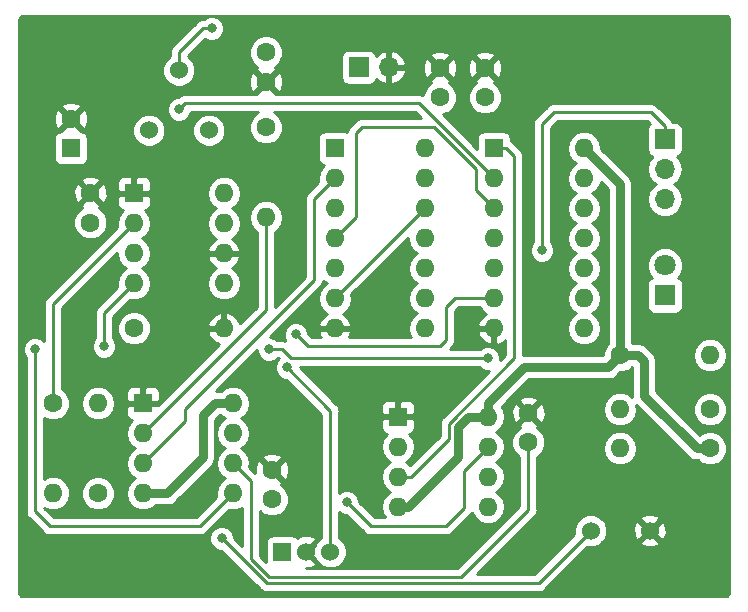
<source format=gbl>
G04 #@! TF.GenerationSoftware,KiCad,Pcbnew,5.0.2-bee76a0~70~ubuntu16.04.1*
G04 #@! TF.CreationDate,2020-01-09T22:15:49-06:00*
G04 #@! TF.ProjectId,8-Bit-Computer-Clock-Module,382d4269-742d-4436-9f6d-70757465722d,rev?*
G04 #@! TF.SameCoordinates,Original*
G04 #@! TF.FileFunction,Copper,L2,Bot*
G04 #@! TF.FilePolarity,Positive*
%FSLAX46Y46*%
G04 Gerber Fmt 4.6, Leading zero omitted, Abs format (unit mm)*
G04 Created by KiCad (PCBNEW 5.0.2-bee76a0~70~ubuntu16.04.1) date jue 09 ene 2020 22:15:49 CST*
%MOMM*%
%LPD*%
G01*
G04 APERTURE LIST*
G04 #@! TA.AperFunction,ComponentPad*
%ADD10C,1.600000*%
G04 #@! TD*
G04 #@! TA.AperFunction,ComponentPad*
%ADD11C,1.800000*%
G04 #@! TD*
G04 #@! TA.AperFunction,ComponentPad*
%ADD12R,1.800000X1.800000*%
G04 #@! TD*
G04 #@! TA.AperFunction,ComponentPad*
%ADD13O,1.700000X1.700000*%
G04 #@! TD*
G04 #@! TA.AperFunction,ComponentPad*
%ADD14R,1.700000X1.700000*%
G04 #@! TD*
G04 #@! TA.AperFunction,ComponentPad*
%ADD15O,1.600000X1.600000*%
G04 #@! TD*
G04 #@! TA.AperFunction,ComponentPad*
%ADD16C,1.524000*%
G04 #@! TD*
G04 #@! TA.AperFunction,ComponentPad*
%ADD17R,1.524000X1.524000*%
G04 #@! TD*
G04 #@! TA.AperFunction,ComponentPad*
%ADD18R,1.600000X1.600000*%
G04 #@! TD*
G04 #@! TA.AperFunction,ViaPad*
%ADD19C,0.800000*%
G04 #@! TD*
G04 #@! TA.AperFunction,Conductor*
%ADD20C,0.762000*%
G04 #@! TD*
G04 #@! TA.AperFunction,Conductor*
%ADD21C,0.250000*%
G04 #@! TD*
G04 #@! TA.AperFunction,Conductor*
%ADD22C,0.254000*%
G04 #@! TD*
G04 APERTURE END LIST*
D10*
G04 #@! TO.P,C2,1*
G04 #@! TO.N,VCC*
X128270000Y-85090000D03*
G04 #@! TO.P,C2,2*
G04 #@! TO.N,GND*
X128270000Y-82590000D03*
G04 #@! TD*
G04 #@! TO.P,C3,2*
G04 #@! TO.N,GND*
X110236000Y-116626000D03*
G04 #@! TO.P,C3,1*
G04 #@! TO.N,Net-(C3-Pad1)*
X110236000Y-119126000D03*
G04 #@! TD*
G04 #@! TO.P,C5,2*
G04 #@! TO.N,GND*
X94869000Y-93194500D03*
G04 #@! TO.P,C5,1*
G04 #@! TO.N,Net-(C5-Pad1)*
X94869000Y-95694500D03*
G04 #@! TD*
G04 #@! TO.P,C6,2*
G04 #@! TO.N,GND*
X109728000Y-83780000D03*
G04 #@! TO.P,C6,1*
G04 #@! TO.N,Net-(C6-Pad1)*
X109728000Y-81280000D03*
G04 #@! TD*
G04 #@! TO.P,C7,1*
G04 #@! TO.N,Net-(C7-Pad1)*
X131953000Y-114300000D03*
G04 #@! TO.P,C7,2*
G04 #@! TO.N,GND*
X131953000Y-111800000D03*
G04 #@! TD*
D11*
G04 #@! TO.P,D1,2*
G04 #@! TO.N,/OUT*
X143510000Y-99314000D03*
D12*
G04 #@! TO.P,D1,1*
G04 #@! TO.N,Net-(D1-Pad1)*
X143510000Y-101854000D03*
G04 #@! TD*
D13*
G04 #@! TO.P,J1,2*
G04 #@! TO.N,GND*
X120142000Y-82550000D03*
D14*
G04 #@! TO.P,J1,1*
G04 #@! TO.N,VCC*
X117602000Y-82550000D03*
G04 #@! TD*
D13*
G04 #@! TO.P,J2,3*
G04 #@! TO.N,/~OUT*
X143510000Y-93726000D03*
G04 #@! TO.P,J2,2*
G04 #@! TO.N,/OUT*
X143510000Y-91186000D03*
D14*
G04 #@! TO.P,J2,1*
G04 #@! TO.N,/HLT*
X143510000Y-88646000D03*
G04 #@! TD*
D10*
G04 #@! TO.P,R1,1*
G04 #@! TO.N,VCC*
X95504000Y-118618000D03*
D15*
G04 #@! TO.P,R1,2*
G04 #@! TO.N,Net-(R1-Pad2)*
X95504000Y-110998000D03*
G04 #@! TD*
D10*
G04 #@! TO.P,R2,1*
G04 #@! TO.N,Net-(R2-Pad1)*
X147320000Y-111506000D03*
D15*
G04 #@! TO.P,R2,2*
G04 #@! TO.N,Net-(R1-Pad2)*
X139700000Y-111506000D03*
G04 #@! TD*
G04 #@! TO.P,R3,2*
G04 #@! TO.N,VCC*
X91694000Y-118618000D03*
D10*
G04 #@! TO.P,R3,1*
G04 #@! TO.N,Net-(R3-Pad1)*
X91694000Y-110998000D03*
G04 #@! TD*
D15*
G04 #@! TO.P,R4,2*
G04 #@! TO.N,Net-(R4-Pad2)*
X139700000Y-114808000D03*
D10*
G04 #@! TO.P,R4,1*
G04 #@! TO.N,VCC*
X147320000Y-114808000D03*
G04 #@! TD*
D15*
G04 #@! TO.P,R5,2*
G04 #@! TO.N,GND*
X106172000Y-104648000D03*
D10*
G04 #@! TO.P,R5,1*
G04 #@! TO.N,Net-(D1-Pad1)*
X98552000Y-104648000D03*
G04 #@! TD*
G04 #@! TO.P,R6,1*
G04 #@! TO.N,VCC*
X109728000Y-87630000D03*
D15*
G04 #@! TO.P,R6,2*
G04 #@! TO.N,Net-(R6-Pad2)*
X109728000Y-95250000D03*
G04 #@! TD*
G04 #@! TO.P,R7,2*
G04 #@! TO.N,Net-(C7-Pad1)*
X147320000Y-106934000D03*
D10*
G04 #@! TO.P,R7,1*
G04 #@! TO.N,VCC*
X139700000Y-106934000D03*
G04 #@! TD*
D16*
G04 #@! TO.P,RV1,1*
G04 #@! TO.N,Net-(C4-Pad1)*
X99822000Y-87884000D03*
G04 #@! TO.P,RV1,2*
G04 #@! TO.N,Net-(R2-Pad1)*
X102362000Y-82804000D03*
G04 #@! TO.P,RV1,3*
G04 #@! TO.N,Net-(RV1-Pad3)*
X104902000Y-87884000D03*
G04 #@! TD*
D17*
G04 #@! TO.P,SW1,1*
G04 #@! TO.N,Net-(R3-Pad1)*
X111125000Y-123571000D03*
D16*
G04 #@! TO.P,SW1,2*
G04 #@! TO.N,GND*
X113157000Y-123571000D03*
G04 #@! TO.P,SW1,3*
G04 #@! TO.N,Net-(R4-Pad2)*
X115189000Y-123571000D03*
G04 #@! TD*
D15*
G04 #@! TO.P,U3,8*
G04 #@! TO.N,VCC*
X128524000Y-112141000D03*
G04 #@! TO.P,U3,4*
X120904000Y-119761000D03*
G04 #@! TO.P,U3,7*
G04 #@! TO.N,Net-(R1-Pad2)*
X128524000Y-114681000D03*
G04 #@! TO.P,U3,3*
G04 #@! TO.N,Net-(U1-Pad1)*
X120904000Y-117221000D03*
G04 #@! TO.P,U3,6*
G04 #@! TO.N,Net-(C4-Pad1)*
X128524000Y-117221000D03*
G04 #@! TO.P,U3,2*
X120904000Y-114681000D03*
G04 #@! TO.P,U3,5*
G04 #@! TO.N,Net-(C3-Pad1)*
X128524000Y-119761000D03*
D18*
G04 #@! TO.P,U3,1*
G04 #@! TO.N,GND*
X120904000Y-112141000D03*
G04 #@! TD*
D16*
G04 #@! TO.P,SW2,1*
G04 #@! TO.N,GND*
X142240000Y-121793000D03*
G04 #@! TO.P,SW2,2*
G04 #@! TO.N,Net-(R6-Pad2)*
X137223500Y-121793000D03*
G04 #@! TD*
D10*
G04 #@! TO.P,C1,2*
G04 #@! TO.N,GND*
X124460000Y-82590000D03*
G04 #@! TO.P,C1,1*
G04 #@! TO.N,VCC*
X124460000Y-85090000D03*
G04 #@! TD*
G04 #@! TO.P,C4,2*
G04 #@! TO.N,GND*
X93218000Y-86908000D03*
D18*
G04 #@! TO.P,C4,1*
G04 #@! TO.N,Net-(C4-Pad1)*
X93218000Y-89408000D03*
G04 #@! TD*
D15*
G04 #@! TO.P,U1,14*
G04 #@! TO.N,VCC*
X136652000Y-89408000D03*
G04 #@! TO.P,U1,7*
G04 #@! TO.N,GND*
X129032000Y-104648000D03*
G04 #@! TO.P,U1,13*
G04 #@! TO.N,/OUT*
X136652000Y-91948000D03*
G04 #@! TO.P,U1,6*
G04 #@! TO.N,Net-(U1-Pad6)*
X129032000Y-102108000D03*
G04 #@! TO.P,U1,12*
G04 #@! TO.N,/OUT*
X136652000Y-94488000D03*
G04 #@! TO.P,U1,5*
G04 #@! TO.N,Net-(U1-Pad2)*
X129032000Y-99568000D03*
G04 #@! TO.P,U1,11*
G04 #@! TO.N,/~OUT*
X136652000Y-97028000D03*
G04 #@! TO.P,U1,4*
G04 #@! TO.N,Net-(U1-Pad2)*
X129032000Y-97028000D03*
G04 #@! TO.P,U1,10*
G04 #@! TO.N,Net-(U1-Pad10)*
X136652000Y-99568000D03*
G04 #@! TO.P,U1,3*
G04 #@! TO.N,Net-(U1-Pad3)*
X129032000Y-94488000D03*
G04 #@! TO.P,U1,9*
G04 #@! TO.N,Net-(U1-Pad10)*
X136652000Y-102108000D03*
G04 #@! TO.P,U1,2*
G04 #@! TO.N,Net-(U1-Pad2)*
X129032000Y-91948000D03*
G04 #@! TO.P,U1,8*
G04 #@! TO.N,/OUT*
X136652000Y-104648000D03*
D18*
G04 #@! TO.P,U1,1*
G04 #@! TO.N,Net-(U1-Pad1)*
X129032000Y-89408000D03*
G04 #@! TD*
G04 #@! TO.P,U2,1*
G04 #@! TO.N,Net-(U1-Pad6)*
X115570000Y-89408000D03*
D15*
G04 #@! TO.P,U2,8*
G04 #@! TO.N,Net-(U2-Pad13)*
X123190000Y-104648000D03*
G04 #@! TO.P,U2,2*
G04 #@! TO.N,Net-(U2-Pad2)*
X115570000Y-91948000D03*
G04 #@! TO.P,U2,9*
G04 #@! TO.N,/HLT*
X123190000Y-102108000D03*
G04 #@! TO.P,U2,3*
G04 #@! TO.N,Net-(U2-Pad3)*
X115570000Y-94488000D03*
G04 #@! TO.P,U2,10*
G04 #@! TO.N,/HLT*
X123190000Y-99568000D03*
G04 #@! TO.P,U2,4*
G04 #@! TO.N,Net-(U1-Pad3)*
X115570000Y-97028000D03*
G04 #@! TO.P,U2,11*
G04 #@! TO.N,Net-(U1-Pad10)*
X123190000Y-97028000D03*
G04 #@! TO.P,U2,5*
G04 #@! TO.N,Net-(U2-Pad3)*
X115570000Y-99568000D03*
G04 #@! TO.P,U2,12*
G04 #@! TO.N,Net-(U2-Pad12)*
X123190000Y-94488000D03*
G04 #@! TO.P,U2,6*
X115570000Y-102108000D03*
G04 #@! TO.P,U2,13*
G04 #@! TO.N,Net-(U2-Pad13)*
X123190000Y-91948000D03*
G04 #@! TO.P,U2,7*
G04 #@! TO.N,GND*
X115570000Y-104648000D03*
G04 #@! TO.P,U2,14*
G04 #@! TO.N,VCC*
X123190000Y-89408000D03*
G04 #@! TD*
D18*
G04 #@! TO.P,U4,1*
G04 #@! TO.N,GND*
X98552000Y-93218000D03*
D15*
G04 #@! TO.P,U4,5*
G04 #@! TO.N,Net-(C5-Pad1)*
X106172000Y-100838000D03*
G04 #@! TO.P,U4,2*
G04 #@! TO.N,Net-(R3-Pad1)*
X98552000Y-95758000D03*
G04 #@! TO.P,U4,6*
G04 #@! TO.N,GND*
X106172000Y-98298000D03*
G04 #@! TO.P,U4,3*
G04 #@! TO.N,Net-(U1-Pad2)*
X98552000Y-98298000D03*
G04 #@! TO.P,U4,7*
G04 #@! TO.N,Net-(U4-Pad7)*
X106172000Y-95758000D03*
G04 #@! TO.P,U4,4*
G04 #@! TO.N,Net-(R4-Pad2)*
X98552000Y-100838000D03*
G04 #@! TO.P,U4,8*
G04 #@! TO.N,VCC*
X106172000Y-93218000D03*
G04 #@! TD*
G04 #@! TO.P,U5,8*
G04 #@! TO.N,VCC*
X106934000Y-110998000D03*
G04 #@! TO.P,U5,4*
X99314000Y-118618000D03*
G04 #@! TO.P,U5,7*
G04 #@! TO.N,Net-(C7-Pad1)*
X106934000Y-113538000D03*
G04 #@! TO.P,U5,3*
G04 #@! TO.N,Net-(U2-Pad2)*
X99314000Y-116078000D03*
G04 #@! TO.P,U5,6*
G04 #@! TO.N,Net-(C7-Pad1)*
X106934000Y-116078000D03*
G04 #@! TO.P,U5,2*
G04 #@! TO.N,Net-(R6-Pad2)*
X99314000Y-113538000D03*
G04 #@! TO.P,U5,5*
G04 #@! TO.N,Net-(C6-Pad1)*
X106934000Y-118618000D03*
D18*
G04 #@! TO.P,U5,1*
G04 #@! TO.N,GND*
X99314000Y-110998000D03*
G04 #@! TD*
D19*
G04 #@! TO.N,Net-(D1-Pad1)*
X109982000Y-106426000D03*
X128524000Y-107188000D03*
G04 #@! TO.N,/HLT*
X133096000Y-98044000D03*
G04 #@! TO.N,Net-(C6-Pad1)*
X90170000Y-106426000D03*
G04 #@! TO.N,Net-(R1-Pad2)*
X116586000Y-119380000D03*
G04 #@! TO.N,Net-(R2-Pad1)*
X105156000Y-79248000D03*
G04 #@! TO.N,Net-(R4-Pad2)*
X111506000Y-107950000D03*
X96012000Y-106172000D03*
G04 #@! TO.N,Net-(R6-Pad2)*
X105972880Y-122428000D03*
G04 #@! TO.N,Net-(U1-Pad2)*
X102362000Y-86106000D03*
G04 #@! TO.N,Net-(U1-Pad6)*
X112268000Y-105156000D03*
G04 #@! TD*
D20*
G04 #@! TO.N,VCC*
X99314000Y-118618000D02*
X101346000Y-118618000D01*
X101346000Y-118618000D02*
X104394000Y-115570000D01*
X104394000Y-115570000D02*
X104394000Y-112014000D01*
X104394000Y-112014000D02*
X105410000Y-110998000D01*
X105410000Y-110998000D02*
X106934000Y-110998000D01*
X126873000Y-112141000D02*
X128524000Y-112141000D01*
X120904000Y-119761000D02*
X121793000Y-119761000D01*
X121793000Y-119761000D02*
X125984000Y-115570000D01*
X125984000Y-115570000D02*
X125984000Y-113030000D01*
X125984000Y-113030000D02*
X126873000Y-112141000D01*
X146188630Y-114808000D02*
X141732000Y-110351370D01*
X147320000Y-114808000D02*
X146188630Y-114808000D01*
X141732000Y-110351370D02*
X141732000Y-107442000D01*
X141224000Y-106934000D02*
X139700000Y-106934000D01*
X141732000Y-107442000D02*
X141224000Y-106934000D01*
X139700000Y-92456000D02*
X136652000Y-89408000D01*
X139700000Y-106934000D02*
X139700000Y-92456000D01*
X138684000Y-107950000D02*
X139700000Y-106934000D01*
X131572000Y-107950000D02*
X138684000Y-107950000D01*
X128524000Y-110998000D02*
X131572000Y-107950000D01*
X128524000Y-112141000D02*
X128524000Y-110998000D01*
D21*
G04 #@! TO.N,Net-(D1-Pad1)*
X109982000Y-106426000D02*
X110236000Y-106426000D01*
X111129002Y-106426000D02*
X111891002Y-107188000D01*
X110236000Y-106426000D02*
X111129002Y-106426000D01*
X111891002Y-107188000D02*
X128524000Y-107188000D01*
G04 #@! TO.N,/HLT*
X143510000Y-87546000D02*
X142324000Y-86360000D01*
X143510000Y-88646000D02*
X143510000Y-87546000D01*
X142324000Y-86360000D02*
X134112000Y-86360000D01*
X134112000Y-86360000D02*
X133096000Y-87376000D01*
X133096000Y-87376000D02*
X133096000Y-98044000D01*
G04 #@! TO.N,Net-(U1-Pad3)*
X127508000Y-92964000D02*
X129032000Y-94488000D01*
X127508000Y-91186000D02*
X127508000Y-92964000D01*
X123952000Y-87630000D02*
X127508000Y-91186000D01*
X115570000Y-97028000D02*
X117348000Y-95250000D01*
X117348000Y-95250000D02*
X117348000Y-88138000D01*
X117348000Y-88138000D02*
X117856000Y-87630000D01*
X117856000Y-87630000D02*
X123952000Y-87630000D01*
G04 #@! TO.N,Net-(C6-Pad1)*
X106934000Y-118618000D02*
X106134001Y-119417999D01*
X106134001Y-119417999D02*
X104140000Y-121412000D01*
X104140000Y-121412000D02*
X91440000Y-121412000D01*
X90170000Y-113538000D02*
X90170000Y-120142000D01*
X90170000Y-106426000D02*
X90170000Y-113538000D01*
X91440000Y-121412000D02*
X90170000Y-120142000D01*
G04 #@! TO.N,Net-(C7-Pad1)*
X106934000Y-116078000D02*
X108458000Y-117602000D01*
X108458000Y-117602000D02*
X108458000Y-124206000D01*
X108458000Y-124206000D02*
X109982000Y-125730000D01*
X109982000Y-125730000D02*
X126238000Y-125730000D01*
X131953000Y-120015000D02*
X131953000Y-114300000D01*
X126238000Y-125730000D02*
X131953000Y-120015000D01*
G04 #@! TO.N,Net-(R1-Pad2)*
X128524000Y-114681000D02*
X126492000Y-116713000D01*
X126492000Y-116713000D02*
X126492000Y-119888000D01*
X126492000Y-119888000D02*
X124968000Y-121412000D01*
X124968000Y-121412000D02*
X118618000Y-121412000D01*
X118618000Y-121412000D02*
X116586000Y-119380000D01*
G04 #@! TO.N,Net-(R2-Pad1)*
X102362000Y-82804000D02*
X102362000Y-81280000D01*
X102362000Y-81280000D02*
X104394000Y-79248000D01*
X104394000Y-79248000D02*
X105156000Y-79248000D01*
G04 #@! TO.N,Net-(R3-Pad1)*
X91694000Y-102616000D02*
X91694000Y-110998000D01*
X98552000Y-95758000D02*
X91694000Y-102616000D01*
G04 #@! TO.N,Net-(R4-Pad2)*
X115189000Y-123571000D02*
X115189000Y-119629998D01*
X115189000Y-119629998D02*
X115189000Y-111633000D01*
X115189000Y-111633000D02*
X111506000Y-107950000D01*
X96012000Y-103378000D02*
X98552000Y-100838000D01*
X96012000Y-106172000D02*
X96012000Y-103378000D01*
G04 #@! TO.N,Net-(R6-Pad2)*
X137223500Y-121793000D02*
X132842000Y-126174500D01*
X132842000Y-126174500D02*
X132778500Y-126238000D01*
X109782880Y-126238000D02*
X105972880Y-122428000D01*
X132778500Y-126238000D02*
X109782880Y-126238000D01*
X105972880Y-122428000D02*
X105972880Y-122428000D01*
X107347001Y-105504999D02*
X99314000Y-113538000D01*
X109728000Y-103124000D02*
X107347001Y-105504999D01*
X109728000Y-95250000D02*
X109728000Y-103124000D01*
G04 #@! TO.N,Net-(U1-Pad1)*
X130082000Y-89408000D02*
X129032000Y-89408000D01*
X130756841Y-90082841D02*
X130082000Y-89408000D01*
X130756841Y-107188001D02*
X130756841Y-90082841D01*
X120904000Y-117221000D02*
X122047000Y-117221000D01*
X122047000Y-117221000D02*
X125222000Y-114046000D01*
X125222000Y-114046000D02*
X125222000Y-112722842D01*
X125222000Y-112722842D02*
X130756841Y-107188001D01*
G04 #@! TO.N,Net-(U1-Pad2)*
X122682000Y-85598000D02*
X123952000Y-86868000D01*
X102870000Y-85598000D02*
X122682000Y-85598000D01*
X123952000Y-86868000D02*
X129032000Y-91948000D01*
X102362000Y-86106000D02*
X102870000Y-85598000D01*
G04 #@! TO.N,Net-(U1-Pad6)*
X112522000Y-105410000D02*
X112268000Y-105156000D01*
X125730000Y-102108000D02*
X129032000Y-102108000D01*
X124968000Y-102870000D02*
X125730000Y-102108000D01*
X112268000Y-105156000D02*
X113284000Y-106172000D01*
X113284000Y-106172000D02*
X124460000Y-106172000D01*
X124460000Y-106172000D02*
X124968000Y-105664000D01*
X124968000Y-105664000D02*
X124968000Y-102870000D01*
G04 #@! TO.N,Net-(U2-Pad12)*
X115570000Y-102108000D02*
X120396000Y-97282000D01*
X120396000Y-97282000D02*
X123190000Y-94488000D01*
G04 #@! TO.N,Net-(U2-Pad2)*
X99314000Y-116078000D02*
X102870000Y-112522000D01*
X102870000Y-112522000D02*
X102870000Y-111506000D01*
X113792000Y-93726000D02*
X115570000Y-91948000D01*
X102870000Y-111506000D02*
X113792000Y-100584000D01*
X113792000Y-100584000D02*
X113792000Y-93726000D01*
G04 #@! TD*
D22*
G04 #@! TO.N,GND*
G36*
X148780179Y-78206477D02*
X148833737Y-78242263D01*
X148869523Y-78295821D01*
X148896000Y-78428931D01*
X148896001Y-127057064D01*
X148869523Y-127190179D01*
X148833737Y-127243737D01*
X148780179Y-127279523D01*
X148647069Y-127306000D01*
X89096931Y-127306000D01*
X88963821Y-127279523D01*
X88910263Y-127243737D01*
X88874477Y-127190179D01*
X88848000Y-127057069D01*
X88848000Y-106220126D01*
X89135000Y-106220126D01*
X89135000Y-106631874D01*
X89292569Y-107012280D01*
X89410000Y-107129711D01*
X89410001Y-113463144D01*
X89410000Y-113463149D01*
X89410001Y-120067148D01*
X89395112Y-120142000D01*
X89454097Y-120438537D01*
X89528693Y-120550177D01*
X89622072Y-120689929D01*
X89685528Y-120732329D01*
X90849671Y-121896473D01*
X90892071Y-121959929D01*
X91143463Y-122127904D01*
X91365148Y-122172000D01*
X91365152Y-122172000D01*
X91439999Y-122186888D01*
X91514846Y-122172000D01*
X104065153Y-122172000D01*
X104140000Y-122186888D01*
X104214847Y-122172000D01*
X104214852Y-122172000D01*
X104436537Y-122127904D01*
X104687929Y-121959929D01*
X104730331Y-121896470D01*
X106610114Y-120016688D01*
X106792667Y-120053000D01*
X107075333Y-120053000D01*
X107493909Y-119969740D01*
X107698000Y-119833371D01*
X107698001Y-123078320D01*
X107007880Y-122388199D01*
X107007880Y-122222126D01*
X106850311Y-121841720D01*
X106559160Y-121550569D01*
X106178754Y-121393000D01*
X105767006Y-121393000D01*
X105386600Y-121550569D01*
X105095449Y-121841720D01*
X104937880Y-122222126D01*
X104937880Y-122633874D01*
X105095449Y-123014280D01*
X105386600Y-123305431D01*
X105767006Y-123463000D01*
X105933079Y-123463000D01*
X109192551Y-126722473D01*
X109234951Y-126785929D01*
X109298407Y-126828329D01*
X109486342Y-126953904D01*
X109534485Y-126963480D01*
X109708028Y-126998000D01*
X109708032Y-126998000D01*
X109782880Y-127012888D01*
X109857728Y-126998000D01*
X132703653Y-126998000D01*
X132778500Y-127012888D01*
X132853347Y-126998000D01*
X132853352Y-126998000D01*
X133075037Y-126953904D01*
X133326429Y-126785929D01*
X133368831Y-126722470D01*
X133432329Y-126658972D01*
X136914282Y-123177020D01*
X136945619Y-123190000D01*
X137501381Y-123190000D01*
X138014837Y-122977320D01*
X138218944Y-122773213D01*
X141439392Y-122773213D01*
X141508857Y-123015397D01*
X142032302Y-123202144D01*
X142587368Y-123174362D01*
X142971143Y-123015397D01*
X143040608Y-122773213D01*
X142240000Y-121972605D01*
X141439392Y-122773213D01*
X138218944Y-122773213D01*
X138407820Y-122584337D01*
X138620500Y-122070881D01*
X138620500Y-121585302D01*
X140830856Y-121585302D01*
X140858638Y-122140368D01*
X141017603Y-122524143D01*
X141259787Y-122593608D01*
X142060395Y-121793000D01*
X142419605Y-121793000D01*
X143220213Y-122593608D01*
X143462397Y-122524143D01*
X143649144Y-122000698D01*
X143621362Y-121445632D01*
X143462397Y-121061857D01*
X143220213Y-120992392D01*
X142419605Y-121793000D01*
X142060395Y-121793000D01*
X141259787Y-120992392D01*
X141017603Y-121061857D01*
X140830856Y-121585302D01*
X138620500Y-121585302D01*
X138620500Y-121515119D01*
X138407820Y-121001663D01*
X138218944Y-120812787D01*
X141439392Y-120812787D01*
X142240000Y-121613395D01*
X143040608Y-120812787D01*
X142971143Y-120570603D01*
X142447698Y-120383856D01*
X141892632Y-120411638D01*
X141508857Y-120570603D01*
X141439392Y-120812787D01*
X138218944Y-120812787D01*
X138014837Y-120608680D01*
X137501381Y-120396000D01*
X136945619Y-120396000D01*
X136432163Y-120608680D01*
X136039180Y-121001663D01*
X135826500Y-121515119D01*
X135826500Y-122070881D01*
X135839480Y-122102218D01*
X132463699Y-125478000D01*
X127564801Y-125478000D01*
X132437473Y-120605329D01*
X132500929Y-120562929D01*
X132668904Y-120311537D01*
X132713000Y-120089852D01*
X132713000Y-120089848D01*
X132727888Y-120015000D01*
X132713000Y-119940152D01*
X132713000Y-115538430D01*
X132765862Y-115516534D01*
X133169534Y-115112862D01*
X133295812Y-114808000D01*
X138236887Y-114808000D01*
X138348260Y-115367909D01*
X138665423Y-115842577D01*
X139140091Y-116159740D01*
X139558667Y-116243000D01*
X139841333Y-116243000D01*
X140259909Y-116159740D01*
X140734577Y-115842577D01*
X141051740Y-115367909D01*
X141163113Y-114808000D01*
X141051740Y-114248091D01*
X140734577Y-113773423D01*
X140259909Y-113456260D01*
X139841333Y-113373000D01*
X139558667Y-113373000D01*
X139140091Y-113456260D01*
X138665423Y-113773423D01*
X138348260Y-114248091D01*
X138236887Y-114808000D01*
X133295812Y-114808000D01*
X133388000Y-114585439D01*
X133388000Y-114014561D01*
X133169534Y-113487138D01*
X132765862Y-113083466D01*
X132700701Y-113056475D01*
X132707005Y-113053864D01*
X132781139Y-112807745D01*
X131953000Y-111979605D01*
X131124861Y-112807745D01*
X131198995Y-113053864D01*
X131205746Y-113056290D01*
X131140138Y-113083466D01*
X130736466Y-113487138D01*
X130518000Y-114014561D01*
X130518000Y-114585439D01*
X130736466Y-115112862D01*
X131140138Y-115516534D01*
X131193001Y-115538431D01*
X131193000Y-119700198D01*
X125923199Y-124970000D01*
X113151972Y-124970000D01*
X113504368Y-124952362D01*
X113888143Y-124793397D01*
X113957608Y-124551213D01*
X113157000Y-123750605D01*
X113142858Y-123764748D01*
X112963253Y-123585143D01*
X112977395Y-123571000D01*
X112963253Y-123556858D01*
X113142858Y-123377253D01*
X113157000Y-123391395D01*
X113957608Y-122590787D01*
X113888143Y-122348603D01*
X113364698Y-122161856D01*
X112809632Y-122189638D01*
X112425857Y-122348603D01*
X112400996Y-122435280D01*
X112344809Y-122351191D01*
X112134765Y-122210843D01*
X111887000Y-122161560D01*
X110363000Y-122161560D01*
X110115235Y-122210843D01*
X109905191Y-122351191D01*
X109764843Y-122561235D01*
X109715560Y-122809000D01*
X109715560Y-124333000D01*
X109729405Y-124402603D01*
X109218000Y-123891199D01*
X109218000Y-120137396D01*
X109423138Y-120342534D01*
X109950561Y-120561000D01*
X110521439Y-120561000D01*
X111048862Y-120342534D01*
X111452534Y-119938862D01*
X111671000Y-119411439D01*
X111671000Y-118840561D01*
X111452534Y-118313138D01*
X111048862Y-117909466D01*
X110983701Y-117882475D01*
X110990005Y-117879864D01*
X111064139Y-117633745D01*
X110236000Y-116805605D01*
X110221858Y-116819748D01*
X110042252Y-116640142D01*
X110056395Y-116626000D01*
X110415605Y-116626000D01*
X111243745Y-117454139D01*
X111489864Y-117380005D01*
X111682965Y-116842777D01*
X111655778Y-116272546D01*
X111489864Y-115871995D01*
X111243745Y-115797861D01*
X110415605Y-116626000D01*
X110056395Y-116626000D01*
X109228255Y-115797861D01*
X108982136Y-115871995D01*
X108789035Y-116409223D01*
X108811514Y-116880712D01*
X108332688Y-116401886D01*
X108397113Y-116078000D01*
X108305664Y-115618255D01*
X109407861Y-115618255D01*
X110236000Y-116446395D01*
X111064139Y-115618255D01*
X110990005Y-115372136D01*
X110452777Y-115179035D01*
X109882546Y-115206222D01*
X109481995Y-115372136D01*
X109407861Y-115618255D01*
X108305664Y-115618255D01*
X108285740Y-115518091D01*
X107968577Y-115043423D01*
X107616242Y-114808000D01*
X107968577Y-114572577D01*
X108285740Y-114097909D01*
X108397113Y-113538000D01*
X108285740Y-112978091D01*
X107968577Y-112503423D01*
X107616242Y-112268000D01*
X107968577Y-112032577D01*
X108285740Y-111557909D01*
X108397113Y-110998000D01*
X108285740Y-110438091D01*
X107968577Y-109963423D01*
X107493909Y-109646260D01*
X107075333Y-109563000D01*
X106792667Y-109563000D01*
X106374091Y-109646260D01*
X105899423Y-109963423D01*
X105887010Y-109982000D01*
X105510063Y-109982000D01*
X105475647Y-109975154D01*
X108947000Y-106503802D01*
X108947000Y-106631874D01*
X109104569Y-107012280D01*
X109395720Y-107303431D01*
X109776126Y-107461000D01*
X110187874Y-107461000D01*
X110568280Y-107303431D01*
X110685711Y-107186000D01*
X110806289Y-107186000D01*
X110628569Y-107363720D01*
X110471000Y-107744126D01*
X110471000Y-108155874D01*
X110628569Y-108536280D01*
X110919720Y-108827431D01*
X111300126Y-108985000D01*
X111466199Y-108985000D01*
X114429001Y-111947803D01*
X114429000Y-119704849D01*
X114429001Y-119704854D01*
X114429000Y-122373700D01*
X114397663Y-122386680D01*
X114004680Y-122779663D01*
X113917521Y-122990084D01*
X113336605Y-123571000D01*
X113917521Y-124151916D01*
X114004680Y-124362337D01*
X114397663Y-124755320D01*
X114911119Y-124968000D01*
X115466881Y-124968000D01*
X115980337Y-124755320D01*
X116373320Y-124362337D01*
X116586000Y-123848881D01*
X116586000Y-123293119D01*
X116373320Y-122779663D01*
X115980337Y-122386680D01*
X115949000Y-122373700D01*
X115949000Y-120206711D01*
X115999720Y-120257431D01*
X116380126Y-120415000D01*
X116546199Y-120415000D01*
X118027671Y-121896473D01*
X118070071Y-121959929D01*
X118321463Y-122127904D01*
X118543148Y-122172000D01*
X118543153Y-122172000D01*
X118618000Y-122186888D01*
X118692847Y-122172000D01*
X124893153Y-122172000D01*
X124968000Y-122186888D01*
X125042847Y-122172000D01*
X125042852Y-122172000D01*
X125264537Y-122127904D01*
X125515929Y-121959929D01*
X125558331Y-121896470D01*
X126976476Y-120478327D01*
X127039929Y-120435929D01*
X127082327Y-120372476D01*
X127082329Y-120372474D01*
X127159533Y-120256929D01*
X127172260Y-120320909D01*
X127489423Y-120795577D01*
X127964091Y-121112740D01*
X128382667Y-121196000D01*
X128665333Y-121196000D01*
X129083909Y-121112740D01*
X129558577Y-120795577D01*
X129875740Y-120320909D01*
X129987113Y-119761000D01*
X129875740Y-119201091D01*
X129558577Y-118726423D01*
X129206242Y-118491000D01*
X129558577Y-118255577D01*
X129875740Y-117780909D01*
X129987113Y-117221000D01*
X129875740Y-116661091D01*
X129558577Y-116186423D01*
X129206242Y-115951000D01*
X129558577Y-115715577D01*
X129875740Y-115240909D01*
X129987113Y-114681000D01*
X129875740Y-114121091D01*
X129558577Y-113646423D01*
X129206242Y-113411000D01*
X129558577Y-113175577D01*
X129875740Y-112700909D01*
X129987113Y-112141000D01*
X129876165Y-111583223D01*
X130506035Y-111583223D01*
X130533222Y-112153454D01*
X130699136Y-112554005D01*
X130945255Y-112628139D01*
X131773395Y-111800000D01*
X132132605Y-111800000D01*
X132960745Y-112628139D01*
X133206864Y-112554005D01*
X133399965Y-112016777D01*
X133372778Y-111446546D01*
X133206864Y-111045995D01*
X132960745Y-110971861D01*
X132132605Y-111800000D01*
X131773395Y-111800000D01*
X130945255Y-110971861D01*
X130699136Y-111045995D01*
X130506035Y-111583223D01*
X129876165Y-111583223D01*
X129875740Y-111581091D01*
X129676273Y-111282567D01*
X130166585Y-110792255D01*
X131124861Y-110792255D01*
X131953000Y-111620395D01*
X132781139Y-110792255D01*
X132707005Y-110546136D01*
X132169777Y-110353035D01*
X131599546Y-110380222D01*
X131198995Y-110546136D01*
X131124861Y-110792255D01*
X130166585Y-110792255D01*
X131992841Y-108966000D01*
X138583937Y-108966000D01*
X138684000Y-108985904D01*
X138784063Y-108966000D01*
X138784065Y-108966000D01*
X139080423Y-108907051D01*
X139416495Y-108682495D01*
X139473179Y-108597661D01*
X139701840Y-108369000D01*
X139985439Y-108369000D01*
X140512862Y-108150534D01*
X140713396Y-107950000D01*
X140716001Y-107950000D01*
X140716000Y-110251306D01*
X140696096Y-110351370D01*
X140716000Y-110451433D01*
X140716000Y-110451434D01*
X140717738Y-110460172D01*
X140259909Y-110154260D01*
X139841333Y-110071000D01*
X139558667Y-110071000D01*
X139140091Y-110154260D01*
X138665423Y-110471423D01*
X138348260Y-110946091D01*
X138236887Y-111506000D01*
X138348260Y-112065909D01*
X138665423Y-112540577D01*
X139140091Y-112857740D01*
X139558667Y-112941000D01*
X139841333Y-112941000D01*
X140259909Y-112857740D01*
X140734577Y-112540577D01*
X141051740Y-112065909D01*
X141163113Y-111506000D01*
X141091930Y-111148140D01*
X145399452Y-115455663D01*
X145456135Y-115540495D01*
X145792207Y-115765051D01*
X146088565Y-115824000D01*
X146088566Y-115824000D01*
X146188630Y-115843904D01*
X146288694Y-115824000D01*
X146306604Y-115824000D01*
X146507138Y-116024534D01*
X147034561Y-116243000D01*
X147605439Y-116243000D01*
X148132862Y-116024534D01*
X148536534Y-115620862D01*
X148755000Y-115093439D01*
X148755000Y-114522561D01*
X148536534Y-113995138D01*
X148132862Y-113591466D01*
X147605439Y-113373000D01*
X147034561Y-113373000D01*
X146507138Y-113591466D01*
X146458037Y-113640567D01*
X144038031Y-111220561D01*
X145885000Y-111220561D01*
X145885000Y-111791439D01*
X146103466Y-112318862D01*
X146507138Y-112722534D01*
X147034561Y-112941000D01*
X147605439Y-112941000D01*
X148132862Y-112722534D01*
X148536534Y-112318862D01*
X148755000Y-111791439D01*
X148755000Y-111220561D01*
X148536534Y-110693138D01*
X148132862Y-110289466D01*
X147605439Y-110071000D01*
X147034561Y-110071000D01*
X146507138Y-110289466D01*
X146103466Y-110693138D01*
X145885000Y-111220561D01*
X144038031Y-111220561D01*
X142748000Y-109930530D01*
X142748000Y-107542063D01*
X142767904Y-107441999D01*
X142740341Y-107303431D01*
X142689051Y-107045577D01*
X142681359Y-107034064D01*
X142623109Y-106946888D01*
X142614498Y-106934000D01*
X145856887Y-106934000D01*
X145968260Y-107493909D01*
X146285423Y-107968577D01*
X146760091Y-108285740D01*
X147178667Y-108369000D01*
X147461333Y-108369000D01*
X147879909Y-108285740D01*
X148354577Y-107968577D01*
X148671740Y-107493909D01*
X148783113Y-106934000D01*
X148671740Y-106374091D01*
X148354577Y-105899423D01*
X147879909Y-105582260D01*
X147461333Y-105499000D01*
X147178667Y-105499000D01*
X146760091Y-105582260D01*
X146285423Y-105899423D01*
X145968260Y-106374091D01*
X145856887Y-106934000D01*
X142614498Y-106934000D01*
X142464495Y-106709505D01*
X142379660Y-106652820D01*
X142013180Y-106286340D01*
X141956495Y-106201505D01*
X141620423Y-105976949D01*
X141324065Y-105918000D01*
X141324063Y-105918000D01*
X141224000Y-105898096D01*
X141123937Y-105918000D01*
X140716000Y-105918000D01*
X140716000Y-100954000D01*
X141962560Y-100954000D01*
X141962560Y-102754000D01*
X142011843Y-103001765D01*
X142152191Y-103211809D01*
X142362235Y-103352157D01*
X142610000Y-103401440D01*
X144410000Y-103401440D01*
X144657765Y-103352157D01*
X144867809Y-103211809D01*
X145008157Y-103001765D01*
X145057440Y-102754000D01*
X145057440Y-100954000D01*
X145008157Y-100706235D01*
X144867809Y-100496191D01*
X144657765Y-100355843D01*
X144642092Y-100352725D01*
X144811310Y-100183507D01*
X145045000Y-99619330D01*
X145045000Y-99008670D01*
X144811310Y-98444493D01*
X144379507Y-98012690D01*
X143815330Y-97779000D01*
X143204670Y-97779000D01*
X142640493Y-98012690D01*
X142208690Y-98444493D01*
X141975000Y-99008670D01*
X141975000Y-99619330D01*
X142208690Y-100183507D01*
X142377908Y-100352725D01*
X142362235Y-100355843D01*
X142152191Y-100496191D01*
X142011843Y-100706235D01*
X141962560Y-100954000D01*
X140716000Y-100954000D01*
X140716000Y-92556063D01*
X140735904Y-92456000D01*
X140716000Y-92355935D01*
X140657051Y-92059577D01*
X140432495Y-91723505D01*
X140347663Y-91666822D01*
X138110754Y-89429914D01*
X138115113Y-89408000D01*
X138003740Y-88848091D01*
X137686577Y-88373423D01*
X137211909Y-88056260D01*
X136793333Y-87973000D01*
X136510667Y-87973000D01*
X136092091Y-88056260D01*
X135617423Y-88373423D01*
X135300260Y-88848091D01*
X135188887Y-89408000D01*
X135300260Y-89967909D01*
X135617423Y-90442577D01*
X135969758Y-90678000D01*
X135617423Y-90913423D01*
X135300260Y-91388091D01*
X135188887Y-91948000D01*
X135300260Y-92507909D01*
X135617423Y-92982577D01*
X135969758Y-93218000D01*
X135617423Y-93453423D01*
X135300260Y-93928091D01*
X135188887Y-94488000D01*
X135300260Y-95047909D01*
X135617423Y-95522577D01*
X135969758Y-95758000D01*
X135617423Y-95993423D01*
X135300260Y-96468091D01*
X135188887Y-97028000D01*
X135300260Y-97587909D01*
X135617423Y-98062577D01*
X135969758Y-98298000D01*
X135617423Y-98533423D01*
X135300260Y-99008091D01*
X135188887Y-99568000D01*
X135300260Y-100127909D01*
X135617423Y-100602577D01*
X135969758Y-100838000D01*
X135617423Y-101073423D01*
X135300260Y-101548091D01*
X135188887Y-102108000D01*
X135300260Y-102667909D01*
X135617423Y-103142577D01*
X135969758Y-103378000D01*
X135617423Y-103613423D01*
X135300260Y-104088091D01*
X135188887Y-104648000D01*
X135300260Y-105207909D01*
X135617423Y-105682577D01*
X136092091Y-105999740D01*
X136510667Y-106083000D01*
X136793333Y-106083000D01*
X137211909Y-105999740D01*
X137686577Y-105682577D01*
X138003740Y-105207909D01*
X138115113Y-104648000D01*
X138003740Y-104088091D01*
X137686577Y-103613423D01*
X137334242Y-103378000D01*
X137686577Y-103142577D01*
X138003740Y-102667909D01*
X138115113Y-102108000D01*
X138003740Y-101548091D01*
X137686577Y-101073423D01*
X137334242Y-100838000D01*
X137686577Y-100602577D01*
X138003740Y-100127909D01*
X138115113Y-99568000D01*
X138003740Y-99008091D01*
X137686577Y-98533423D01*
X137334242Y-98298000D01*
X137686577Y-98062577D01*
X138003740Y-97587909D01*
X138115113Y-97028000D01*
X138003740Y-96468091D01*
X137686577Y-95993423D01*
X137334242Y-95758000D01*
X137686577Y-95522577D01*
X138003740Y-95047909D01*
X138115113Y-94488000D01*
X138003740Y-93928091D01*
X137686577Y-93453423D01*
X137334242Y-93218000D01*
X137686577Y-92982577D01*
X138003740Y-92507909D01*
X138055393Y-92248233D01*
X138684001Y-92876842D01*
X138684000Y-105920604D01*
X138483466Y-106121138D01*
X138265000Y-106648561D01*
X138265000Y-106932160D01*
X138263160Y-106934000D01*
X131672063Y-106934000D01*
X131572000Y-106914096D01*
X131516841Y-106925068D01*
X131516841Y-97838126D01*
X132061000Y-97838126D01*
X132061000Y-98249874D01*
X132218569Y-98630280D01*
X132509720Y-98921431D01*
X132890126Y-99079000D01*
X133301874Y-99079000D01*
X133682280Y-98921431D01*
X133973431Y-98630280D01*
X134131000Y-98249874D01*
X134131000Y-97838126D01*
X133973431Y-97457720D01*
X133856000Y-97340289D01*
X133856000Y-87690801D01*
X134426802Y-87120000D01*
X142009199Y-87120000D01*
X142217296Y-87328098D01*
X142202191Y-87338191D01*
X142061843Y-87548235D01*
X142012560Y-87796000D01*
X142012560Y-89496000D01*
X142061843Y-89743765D01*
X142202191Y-89953809D01*
X142412235Y-90094157D01*
X142457619Y-90103184D01*
X142439375Y-90115375D01*
X142111161Y-90606582D01*
X141995908Y-91186000D01*
X142111161Y-91765418D01*
X142439375Y-92256625D01*
X142737761Y-92456000D01*
X142439375Y-92655375D01*
X142111161Y-93146582D01*
X141995908Y-93726000D01*
X142111161Y-94305418D01*
X142439375Y-94796625D01*
X142930582Y-95124839D01*
X143363744Y-95211000D01*
X143656256Y-95211000D01*
X144089418Y-95124839D01*
X144580625Y-94796625D01*
X144908839Y-94305418D01*
X145024092Y-93726000D01*
X144908839Y-93146582D01*
X144580625Y-92655375D01*
X144282239Y-92456000D01*
X144580625Y-92256625D01*
X144908839Y-91765418D01*
X145024092Y-91186000D01*
X144908839Y-90606582D01*
X144580625Y-90115375D01*
X144562381Y-90103184D01*
X144607765Y-90094157D01*
X144817809Y-89953809D01*
X144958157Y-89743765D01*
X145007440Y-89496000D01*
X145007440Y-87796000D01*
X144958157Y-87548235D01*
X144817809Y-87338191D01*
X144607765Y-87197843D01*
X144360000Y-87148560D01*
X144158483Y-87148560D01*
X144057929Y-86998071D01*
X143994473Y-86955671D01*
X142914331Y-85875530D01*
X142871929Y-85812071D01*
X142620537Y-85644096D01*
X142398852Y-85600000D01*
X142398847Y-85600000D01*
X142324000Y-85585112D01*
X142249153Y-85600000D01*
X134186847Y-85600000D01*
X134112000Y-85585112D01*
X134037153Y-85600000D01*
X134037148Y-85600000D01*
X133815463Y-85644096D01*
X133564071Y-85812071D01*
X133521671Y-85875527D01*
X132611530Y-86785669D01*
X132548071Y-86828071D01*
X132380096Y-87079464D01*
X132336000Y-87301149D01*
X132336000Y-87301153D01*
X132321112Y-87376000D01*
X132336000Y-87450847D01*
X132336001Y-97340288D01*
X132218569Y-97457720D01*
X132061000Y-97838126D01*
X131516841Y-97838126D01*
X131516841Y-90157687D01*
X131531729Y-90082840D01*
X131516841Y-90007993D01*
X131516841Y-90007989D01*
X131472745Y-89786304D01*
X131415747Y-89701000D01*
X131347170Y-89598367D01*
X131347168Y-89598365D01*
X131304770Y-89534912D01*
X131241316Y-89492513D01*
X130672330Y-88923529D01*
X130629929Y-88860071D01*
X130479440Y-88759517D01*
X130479440Y-88608000D01*
X130430157Y-88360235D01*
X130289809Y-88150191D01*
X130079765Y-88009843D01*
X129832000Y-87960560D01*
X128232000Y-87960560D01*
X127984235Y-88009843D01*
X127774191Y-88150191D01*
X127633843Y-88360235D01*
X127584560Y-88608000D01*
X127584560Y-89425758D01*
X124683801Y-86525000D01*
X124745439Y-86525000D01*
X125272862Y-86306534D01*
X125676534Y-85902862D01*
X125895000Y-85375439D01*
X125895000Y-84804561D01*
X126835000Y-84804561D01*
X126835000Y-85375439D01*
X127053466Y-85902862D01*
X127457138Y-86306534D01*
X127984561Y-86525000D01*
X128555439Y-86525000D01*
X129082862Y-86306534D01*
X129486534Y-85902862D01*
X129705000Y-85375439D01*
X129705000Y-84804561D01*
X129486534Y-84277138D01*
X129082862Y-83873466D01*
X129017701Y-83846475D01*
X129024005Y-83843864D01*
X129098139Y-83597745D01*
X128270000Y-82769605D01*
X127441861Y-83597745D01*
X127515995Y-83843864D01*
X127522746Y-83846290D01*
X127457138Y-83873466D01*
X127053466Y-84277138D01*
X126835000Y-84804561D01*
X125895000Y-84804561D01*
X125676534Y-84277138D01*
X125272862Y-83873466D01*
X125207701Y-83846475D01*
X125214005Y-83843864D01*
X125288139Y-83597745D01*
X124460000Y-82769605D01*
X123631861Y-83597745D01*
X123705995Y-83843864D01*
X123712746Y-83846290D01*
X123647138Y-83873466D01*
X123243466Y-84277138D01*
X123025000Y-84804561D01*
X123025000Y-84913142D01*
X122978537Y-84882096D01*
X122756852Y-84838000D01*
X122756847Y-84838000D01*
X122682000Y-84823112D01*
X122607153Y-84838000D01*
X110541002Y-84838000D01*
X110556139Y-84787745D01*
X109728000Y-83959605D01*
X108899861Y-84787745D01*
X108914998Y-84838000D01*
X102944846Y-84838000D01*
X102869999Y-84823112D01*
X102795152Y-84838000D01*
X102795148Y-84838000D01*
X102573463Y-84882096D01*
X102573461Y-84882097D01*
X102573462Y-84882097D01*
X102385526Y-85007671D01*
X102385524Y-85007673D01*
X102322071Y-85050071D01*
X102308087Y-85071000D01*
X102156126Y-85071000D01*
X101775720Y-85228569D01*
X101484569Y-85519720D01*
X101327000Y-85900126D01*
X101327000Y-86311874D01*
X101484569Y-86692280D01*
X101775720Y-86983431D01*
X102156126Y-87141000D01*
X102567874Y-87141000D01*
X102948280Y-86983431D01*
X103239431Y-86692280D01*
X103377894Y-86358000D01*
X109049045Y-86358000D01*
X108915138Y-86413466D01*
X108511466Y-86817138D01*
X108293000Y-87344561D01*
X108293000Y-87915439D01*
X108511466Y-88442862D01*
X108915138Y-88846534D01*
X109442561Y-89065000D01*
X110013439Y-89065000D01*
X110540862Y-88846534D01*
X110944534Y-88442862D01*
X111163000Y-87915439D01*
X111163000Y-87344561D01*
X110944534Y-86817138D01*
X110540862Y-86413466D01*
X110406955Y-86358000D01*
X122367199Y-86358000D01*
X122879198Y-86870000D01*
X117930846Y-86870000D01*
X117855999Y-86855112D01*
X117781152Y-86870000D01*
X117781148Y-86870000D01*
X117559463Y-86914096D01*
X117559461Y-86914097D01*
X117559462Y-86914097D01*
X117371526Y-87039671D01*
X117371524Y-87039673D01*
X117308071Y-87082071D01*
X117265672Y-87145525D01*
X116863527Y-87547672D01*
X116800072Y-87590071D01*
X116757672Y-87653527D01*
X116757671Y-87653528D01*
X116632097Y-87841463D01*
X116599333Y-88006177D01*
X116370000Y-87960560D01*
X114770000Y-87960560D01*
X114522235Y-88009843D01*
X114312191Y-88150191D01*
X114171843Y-88360235D01*
X114122560Y-88608000D01*
X114122560Y-90208000D01*
X114171843Y-90455765D01*
X114312191Y-90665809D01*
X114522235Y-90806157D01*
X114656106Y-90832785D01*
X114535423Y-90913423D01*
X114218260Y-91388091D01*
X114106887Y-91948000D01*
X114171312Y-92271886D01*
X113307528Y-93135671D01*
X113244072Y-93178071D01*
X113201672Y-93241527D01*
X113201671Y-93241528D01*
X113076097Y-93429463D01*
X113017112Y-93726000D01*
X113032001Y-93800852D01*
X113032000Y-100269198D01*
X110488000Y-102813198D01*
X110488000Y-96468043D01*
X110762577Y-96284577D01*
X111079740Y-95809909D01*
X111191113Y-95250000D01*
X111079740Y-94690091D01*
X110762577Y-94215423D01*
X110287909Y-93898260D01*
X109869333Y-93815000D01*
X109586667Y-93815000D01*
X109168091Y-93898260D01*
X108693423Y-94215423D01*
X108376260Y-94690091D01*
X108264887Y-95250000D01*
X108376260Y-95809909D01*
X108693423Y-96284577D01*
X108968000Y-96468044D01*
X108968001Y-102809197D01*
X107538814Y-104238385D01*
X107403041Y-103910577D01*
X107027134Y-103495611D01*
X106521041Y-103256086D01*
X106299000Y-103377371D01*
X106299000Y-104521000D01*
X106319000Y-104521000D01*
X106319000Y-104775000D01*
X106299000Y-104775000D01*
X106299000Y-104795000D01*
X106045000Y-104795000D01*
X106045000Y-104775000D01*
X104902085Y-104775000D01*
X104780096Y-104997039D01*
X104940959Y-105385423D01*
X105316866Y-105800389D01*
X105764807Y-106012391D01*
X100621224Y-111155974D01*
X100590250Y-111125000D01*
X99441000Y-111125000D01*
X99441000Y-111145000D01*
X99187000Y-111145000D01*
X99187000Y-111125000D01*
X98037750Y-111125000D01*
X97879000Y-111283750D01*
X97879000Y-111924310D01*
X97975673Y-112157699D01*
X98154302Y-112336327D01*
X98385918Y-112432265D01*
X98279423Y-112503423D01*
X97962260Y-112978091D01*
X97850887Y-113538000D01*
X97962260Y-114097909D01*
X98279423Y-114572577D01*
X98631758Y-114808000D01*
X98279423Y-115043423D01*
X97962260Y-115518091D01*
X97850887Y-116078000D01*
X97962260Y-116637909D01*
X98279423Y-117112577D01*
X98631758Y-117348000D01*
X98279423Y-117583423D01*
X97962260Y-118058091D01*
X97850887Y-118618000D01*
X97962260Y-119177909D01*
X98279423Y-119652577D01*
X98754091Y-119969740D01*
X99172667Y-120053000D01*
X99455333Y-120053000D01*
X99873909Y-119969740D01*
X100348577Y-119652577D01*
X100360990Y-119634000D01*
X101245937Y-119634000D01*
X101346000Y-119653904D01*
X101446063Y-119634000D01*
X101446065Y-119634000D01*
X101742423Y-119575051D01*
X102078495Y-119350495D01*
X102135180Y-119265660D01*
X105041664Y-116359177D01*
X105126495Y-116302495D01*
X105351051Y-115966423D01*
X105410000Y-115670065D01*
X105410000Y-115670064D01*
X105429904Y-115570000D01*
X105410000Y-115469937D01*
X105410000Y-112434840D01*
X105830841Y-112014000D01*
X105887010Y-112014000D01*
X105899423Y-112032577D01*
X106251758Y-112268000D01*
X105899423Y-112503423D01*
X105582260Y-112978091D01*
X105470887Y-113538000D01*
X105582260Y-114097909D01*
X105899423Y-114572577D01*
X106251758Y-114808000D01*
X105899423Y-115043423D01*
X105582260Y-115518091D01*
X105470887Y-116078000D01*
X105582260Y-116637909D01*
X105899423Y-117112577D01*
X106251758Y-117348000D01*
X105899423Y-117583423D01*
X105582260Y-118058091D01*
X105470887Y-118618000D01*
X105535312Y-118941886D01*
X103825199Y-120652000D01*
X91754802Y-120652000D01*
X90948600Y-119845799D01*
X91134091Y-119969740D01*
X91552667Y-120053000D01*
X91835333Y-120053000D01*
X92253909Y-119969740D01*
X92728577Y-119652577D01*
X93045740Y-119177909D01*
X93157113Y-118618000D01*
X93100336Y-118332561D01*
X94069000Y-118332561D01*
X94069000Y-118903439D01*
X94287466Y-119430862D01*
X94691138Y-119834534D01*
X95218561Y-120053000D01*
X95789439Y-120053000D01*
X96316862Y-119834534D01*
X96720534Y-119430862D01*
X96939000Y-118903439D01*
X96939000Y-118332561D01*
X96720534Y-117805138D01*
X96316862Y-117401466D01*
X95789439Y-117183000D01*
X95218561Y-117183000D01*
X94691138Y-117401466D01*
X94287466Y-117805138D01*
X94069000Y-118332561D01*
X93100336Y-118332561D01*
X93045740Y-118058091D01*
X92728577Y-117583423D01*
X92253909Y-117266260D01*
X91835333Y-117183000D01*
X91552667Y-117183000D01*
X91134091Y-117266260D01*
X90930000Y-117402629D01*
X90930000Y-112234773D01*
X91408561Y-112433000D01*
X91979439Y-112433000D01*
X92506862Y-112214534D01*
X92910534Y-111810862D01*
X93129000Y-111283439D01*
X93129000Y-110998000D01*
X94040887Y-110998000D01*
X94152260Y-111557909D01*
X94469423Y-112032577D01*
X94944091Y-112349740D01*
X95362667Y-112433000D01*
X95645333Y-112433000D01*
X96063909Y-112349740D01*
X96538577Y-112032577D01*
X96855740Y-111557909D01*
X96967113Y-110998000D01*
X96855740Y-110438091D01*
X96610919Y-110071690D01*
X97879000Y-110071690D01*
X97879000Y-110712250D01*
X98037750Y-110871000D01*
X99187000Y-110871000D01*
X99187000Y-109721750D01*
X99441000Y-109721750D01*
X99441000Y-110871000D01*
X100590250Y-110871000D01*
X100749000Y-110712250D01*
X100749000Y-110071690D01*
X100652327Y-109838301D01*
X100473698Y-109659673D01*
X100240309Y-109563000D01*
X99599750Y-109563000D01*
X99441000Y-109721750D01*
X99187000Y-109721750D01*
X99028250Y-109563000D01*
X98387691Y-109563000D01*
X98154302Y-109659673D01*
X97975673Y-109838301D01*
X97879000Y-110071690D01*
X96610919Y-110071690D01*
X96538577Y-109963423D01*
X96063909Y-109646260D01*
X95645333Y-109563000D01*
X95362667Y-109563000D01*
X94944091Y-109646260D01*
X94469423Y-109963423D01*
X94152260Y-110438091D01*
X94040887Y-110998000D01*
X93129000Y-110998000D01*
X93129000Y-110712561D01*
X92910534Y-110185138D01*
X92506862Y-109781466D01*
X92454000Y-109759570D01*
X92454000Y-102930801D01*
X97089405Y-98295397D01*
X97088887Y-98298000D01*
X97200260Y-98857909D01*
X97517423Y-99332577D01*
X97869758Y-99568000D01*
X97517423Y-99803423D01*
X97200260Y-100278091D01*
X97088887Y-100838000D01*
X97153312Y-101161886D01*
X95527528Y-102787671D01*
X95464072Y-102830071D01*
X95421672Y-102893527D01*
X95421671Y-102893528D01*
X95296097Y-103081463D01*
X95237112Y-103378000D01*
X95252001Y-103452852D01*
X95252000Y-105468289D01*
X95134569Y-105585720D01*
X94977000Y-105966126D01*
X94977000Y-106377874D01*
X95134569Y-106758280D01*
X95425720Y-107049431D01*
X95806126Y-107207000D01*
X96217874Y-107207000D01*
X96598280Y-107049431D01*
X96889431Y-106758280D01*
X97047000Y-106377874D01*
X97047000Y-105966126D01*
X96889431Y-105585720D01*
X96772000Y-105468289D01*
X96772000Y-104362561D01*
X97117000Y-104362561D01*
X97117000Y-104933439D01*
X97335466Y-105460862D01*
X97739138Y-105864534D01*
X98266561Y-106083000D01*
X98837439Y-106083000D01*
X99364862Y-105864534D01*
X99768534Y-105460862D01*
X99987000Y-104933439D01*
X99987000Y-104362561D01*
X99960656Y-104298961D01*
X104780096Y-104298961D01*
X104902085Y-104521000D01*
X106045000Y-104521000D01*
X106045000Y-103377371D01*
X105822959Y-103256086D01*
X105316866Y-103495611D01*
X104940959Y-103910577D01*
X104780096Y-104298961D01*
X99960656Y-104298961D01*
X99768534Y-103835138D01*
X99364862Y-103431466D01*
X98837439Y-103213000D01*
X98266561Y-103213000D01*
X97739138Y-103431466D01*
X97335466Y-103835138D01*
X97117000Y-104362561D01*
X96772000Y-104362561D01*
X96772000Y-103692801D01*
X98228114Y-102236688D01*
X98410667Y-102273000D01*
X98693333Y-102273000D01*
X99111909Y-102189740D01*
X99586577Y-101872577D01*
X99903740Y-101397909D01*
X100015113Y-100838000D01*
X104708887Y-100838000D01*
X104820260Y-101397909D01*
X105137423Y-101872577D01*
X105612091Y-102189740D01*
X106030667Y-102273000D01*
X106313333Y-102273000D01*
X106731909Y-102189740D01*
X107206577Y-101872577D01*
X107523740Y-101397909D01*
X107635113Y-100838000D01*
X107523740Y-100278091D01*
X107206577Y-99803423D01*
X106822892Y-99547053D01*
X107027134Y-99450389D01*
X107403041Y-99035423D01*
X107563904Y-98647039D01*
X107441915Y-98425000D01*
X106299000Y-98425000D01*
X106299000Y-98445000D01*
X106045000Y-98445000D01*
X106045000Y-98425000D01*
X104902085Y-98425000D01*
X104780096Y-98647039D01*
X104940959Y-99035423D01*
X105316866Y-99450389D01*
X105521108Y-99547053D01*
X105137423Y-99803423D01*
X104820260Y-100278091D01*
X104708887Y-100838000D01*
X100015113Y-100838000D01*
X99903740Y-100278091D01*
X99586577Y-99803423D01*
X99234242Y-99568000D01*
X99586577Y-99332577D01*
X99903740Y-98857909D01*
X100015113Y-98298000D01*
X99903740Y-97738091D01*
X99586577Y-97263423D01*
X99234242Y-97028000D01*
X99586577Y-96792577D01*
X99903740Y-96317909D01*
X100015113Y-95758000D01*
X99903740Y-95198091D01*
X99586577Y-94723423D01*
X99480082Y-94652265D01*
X99711698Y-94556327D01*
X99890327Y-94377699D01*
X99987000Y-94144310D01*
X99987000Y-93503750D01*
X99828250Y-93345000D01*
X98679000Y-93345000D01*
X98679000Y-93365000D01*
X98425000Y-93365000D01*
X98425000Y-93345000D01*
X97275750Y-93345000D01*
X97117000Y-93503750D01*
X97117000Y-94144310D01*
X97213673Y-94377699D01*
X97392302Y-94556327D01*
X97623918Y-94652265D01*
X97517423Y-94723423D01*
X97200260Y-95198091D01*
X97088887Y-95758000D01*
X97153312Y-96081886D01*
X91209530Y-102025669D01*
X91146071Y-102068071D01*
X90978096Y-102319464D01*
X90934000Y-102541149D01*
X90934000Y-102541153D01*
X90919112Y-102616000D01*
X90934000Y-102690847D01*
X90934000Y-105726289D01*
X90756280Y-105548569D01*
X90375874Y-105391000D01*
X89964126Y-105391000D01*
X89583720Y-105548569D01*
X89292569Y-105839720D01*
X89135000Y-106220126D01*
X88848000Y-106220126D01*
X88848000Y-95409061D01*
X93434000Y-95409061D01*
X93434000Y-95979939D01*
X93652466Y-96507362D01*
X94056138Y-96911034D01*
X94583561Y-97129500D01*
X95154439Y-97129500D01*
X95681862Y-96911034D01*
X96085534Y-96507362D01*
X96304000Y-95979939D01*
X96304000Y-95409061D01*
X96085534Y-94881638D01*
X95681862Y-94477966D01*
X95616701Y-94450975D01*
X95623005Y-94448364D01*
X95697139Y-94202245D01*
X94869000Y-93374105D01*
X94040861Y-94202245D01*
X94114995Y-94448364D01*
X94121746Y-94450790D01*
X94056138Y-94477966D01*
X93652466Y-94881638D01*
X93434000Y-95409061D01*
X88848000Y-95409061D01*
X88848000Y-92977723D01*
X93422035Y-92977723D01*
X93449222Y-93547954D01*
X93615136Y-93948505D01*
X93861255Y-94022639D01*
X94689395Y-93194500D01*
X95048605Y-93194500D01*
X95876745Y-94022639D01*
X96122864Y-93948505D01*
X96315965Y-93411277D01*
X96306751Y-93218000D01*
X104708887Y-93218000D01*
X104820260Y-93777909D01*
X105137423Y-94252577D01*
X105489758Y-94488000D01*
X105137423Y-94723423D01*
X104820260Y-95198091D01*
X104708887Y-95758000D01*
X104820260Y-96317909D01*
X105137423Y-96792577D01*
X105521108Y-97048947D01*
X105316866Y-97145611D01*
X104940959Y-97560577D01*
X104780096Y-97948961D01*
X104902085Y-98171000D01*
X106045000Y-98171000D01*
X106045000Y-98151000D01*
X106299000Y-98151000D01*
X106299000Y-98171000D01*
X107441915Y-98171000D01*
X107563904Y-97948961D01*
X107403041Y-97560577D01*
X107027134Y-97145611D01*
X106822892Y-97048947D01*
X107206577Y-96792577D01*
X107523740Y-96317909D01*
X107635113Y-95758000D01*
X107523740Y-95198091D01*
X107206577Y-94723423D01*
X106854242Y-94488000D01*
X107206577Y-94252577D01*
X107523740Y-93777909D01*
X107635113Y-93218000D01*
X107523740Y-92658091D01*
X107206577Y-92183423D01*
X106731909Y-91866260D01*
X106313333Y-91783000D01*
X106030667Y-91783000D01*
X105612091Y-91866260D01*
X105137423Y-92183423D01*
X104820260Y-92658091D01*
X104708887Y-93218000D01*
X96306751Y-93218000D01*
X96288778Y-92841046D01*
X96122864Y-92440495D01*
X95876745Y-92366361D01*
X95048605Y-93194500D01*
X94689395Y-93194500D01*
X93861255Y-92366361D01*
X93615136Y-92440495D01*
X93422035Y-92977723D01*
X88848000Y-92977723D01*
X88848000Y-92186755D01*
X94040861Y-92186755D01*
X94869000Y-93014895D01*
X95592204Y-92291690D01*
X97117000Y-92291690D01*
X97117000Y-92932250D01*
X97275750Y-93091000D01*
X98425000Y-93091000D01*
X98425000Y-91941750D01*
X98679000Y-91941750D01*
X98679000Y-93091000D01*
X99828250Y-93091000D01*
X99987000Y-92932250D01*
X99987000Y-92291690D01*
X99890327Y-92058301D01*
X99711698Y-91879673D01*
X99478309Y-91783000D01*
X98837750Y-91783000D01*
X98679000Y-91941750D01*
X98425000Y-91941750D01*
X98266250Y-91783000D01*
X97625691Y-91783000D01*
X97392302Y-91879673D01*
X97213673Y-92058301D01*
X97117000Y-92291690D01*
X95592204Y-92291690D01*
X95697139Y-92186755D01*
X95623005Y-91940636D01*
X95085777Y-91747535D01*
X94515546Y-91774722D01*
X94114995Y-91940636D01*
X94040861Y-92186755D01*
X88848000Y-92186755D01*
X88848000Y-88608000D01*
X91770560Y-88608000D01*
X91770560Y-90208000D01*
X91819843Y-90455765D01*
X91960191Y-90665809D01*
X92170235Y-90806157D01*
X92418000Y-90855440D01*
X94018000Y-90855440D01*
X94265765Y-90806157D01*
X94475809Y-90665809D01*
X94616157Y-90455765D01*
X94665440Y-90208000D01*
X94665440Y-88608000D01*
X94616157Y-88360235D01*
X94475809Y-88150191D01*
X94265765Y-88009843D01*
X94031813Y-87963307D01*
X94046139Y-87915745D01*
X93218000Y-87087605D01*
X92389861Y-87915745D01*
X92404187Y-87963307D01*
X92170235Y-88009843D01*
X91960191Y-88150191D01*
X91819843Y-88360235D01*
X91770560Y-88608000D01*
X88848000Y-88608000D01*
X88848000Y-86691223D01*
X91771035Y-86691223D01*
X91798222Y-87261454D01*
X91964136Y-87662005D01*
X92210255Y-87736139D01*
X93038395Y-86908000D01*
X93397605Y-86908000D01*
X94225745Y-87736139D01*
X94471864Y-87662005D01*
X94491951Y-87606119D01*
X98425000Y-87606119D01*
X98425000Y-88161881D01*
X98637680Y-88675337D01*
X99030663Y-89068320D01*
X99544119Y-89281000D01*
X100099881Y-89281000D01*
X100613337Y-89068320D01*
X101006320Y-88675337D01*
X101219000Y-88161881D01*
X101219000Y-87606119D01*
X103505000Y-87606119D01*
X103505000Y-88161881D01*
X103717680Y-88675337D01*
X104110663Y-89068320D01*
X104624119Y-89281000D01*
X105179881Y-89281000D01*
X105693337Y-89068320D01*
X106086320Y-88675337D01*
X106299000Y-88161881D01*
X106299000Y-87606119D01*
X106086320Y-87092663D01*
X105693337Y-86699680D01*
X105179881Y-86487000D01*
X104624119Y-86487000D01*
X104110663Y-86699680D01*
X103717680Y-87092663D01*
X103505000Y-87606119D01*
X101219000Y-87606119D01*
X101006320Y-87092663D01*
X100613337Y-86699680D01*
X100099881Y-86487000D01*
X99544119Y-86487000D01*
X99030663Y-86699680D01*
X98637680Y-87092663D01*
X98425000Y-87606119D01*
X94491951Y-87606119D01*
X94664965Y-87124777D01*
X94637778Y-86554546D01*
X94471864Y-86153995D01*
X94225745Y-86079861D01*
X93397605Y-86908000D01*
X93038395Y-86908000D01*
X92210255Y-86079861D01*
X91964136Y-86153995D01*
X91771035Y-86691223D01*
X88848000Y-86691223D01*
X88848000Y-85900255D01*
X92389861Y-85900255D01*
X93218000Y-86728395D01*
X94046139Y-85900255D01*
X93972005Y-85654136D01*
X93434777Y-85461035D01*
X92864546Y-85488222D01*
X92463995Y-85654136D01*
X92389861Y-85900255D01*
X88848000Y-85900255D01*
X88848000Y-82526119D01*
X100965000Y-82526119D01*
X100965000Y-83081881D01*
X101177680Y-83595337D01*
X101570663Y-83988320D01*
X102084119Y-84201000D01*
X102639881Y-84201000D01*
X103153337Y-83988320D01*
X103546320Y-83595337D01*
X103559622Y-83563223D01*
X108281035Y-83563223D01*
X108308222Y-84133454D01*
X108474136Y-84534005D01*
X108720255Y-84608139D01*
X109548395Y-83780000D01*
X109907605Y-83780000D01*
X110735745Y-84608139D01*
X110981864Y-84534005D01*
X111174965Y-83996777D01*
X111147778Y-83426546D01*
X110981864Y-83025995D01*
X110735745Y-82951861D01*
X109907605Y-83780000D01*
X109548395Y-83780000D01*
X108720255Y-82951861D01*
X108474136Y-83025995D01*
X108281035Y-83563223D01*
X103559622Y-83563223D01*
X103759000Y-83081881D01*
X103759000Y-82526119D01*
X103546320Y-82012663D01*
X103153337Y-81619680D01*
X103122000Y-81606700D01*
X103122000Y-81594801D01*
X103722240Y-80994561D01*
X108293000Y-80994561D01*
X108293000Y-81565439D01*
X108511466Y-82092862D01*
X108915138Y-82496534D01*
X108980299Y-82523525D01*
X108973995Y-82526136D01*
X108899861Y-82772255D01*
X109728000Y-83600395D01*
X110556139Y-82772255D01*
X110482005Y-82526136D01*
X110475254Y-82523710D01*
X110540862Y-82496534D01*
X110944534Y-82092862D01*
X111107262Y-81700000D01*
X116104560Y-81700000D01*
X116104560Y-83400000D01*
X116153843Y-83647765D01*
X116294191Y-83857809D01*
X116504235Y-83998157D01*
X116752000Y-84047440D01*
X118452000Y-84047440D01*
X118699765Y-83998157D01*
X118909809Y-83857809D01*
X119050157Y-83647765D01*
X119070739Y-83544292D01*
X119375076Y-83821645D01*
X119785110Y-83991476D01*
X120015000Y-83870155D01*
X120015000Y-82677000D01*
X120269000Y-82677000D01*
X120269000Y-83870155D01*
X120498890Y-83991476D01*
X120908924Y-83821645D01*
X121337183Y-83431358D01*
X121583486Y-82906892D01*
X121462819Y-82677000D01*
X120269000Y-82677000D01*
X120015000Y-82677000D01*
X119995000Y-82677000D01*
X119995000Y-82423000D01*
X120015000Y-82423000D01*
X120015000Y-81229845D01*
X120269000Y-81229845D01*
X120269000Y-82423000D01*
X121462819Y-82423000D01*
X121488946Y-82373223D01*
X123013035Y-82373223D01*
X123040222Y-82943454D01*
X123206136Y-83344005D01*
X123452255Y-83418139D01*
X124280395Y-82590000D01*
X124639605Y-82590000D01*
X125467745Y-83418139D01*
X125713864Y-83344005D01*
X125906965Y-82806777D01*
X125886295Y-82373223D01*
X126823035Y-82373223D01*
X126850222Y-82943454D01*
X127016136Y-83344005D01*
X127262255Y-83418139D01*
X128090395Y-82590000D01*
X128449605Y-82590000D01*
X129277745Y-83418139D01*
X129523864Y-83344005D01*
X129716965Y-82806777D01*
X129689778Y-82236546D01*
X129523864Y-81835995D01*
X129277745Y-81761861D01*
X128449605Y-82590000D01*
X128090395Y-82590000D01*
X127262255Y-81761861D01*
X127016136Y-81835995D01*
X126823035Y-82373223D01*
X125886295Y-82373223D01*
X125879778Y-82236546D01*
X125713864Y-81835995D01*
X125467745Y-81761861D01*
X124639605Y-82590000D01*
X124280395Y-82590000D01*
X123452255Y-81761861D01*
X123206136Y-81835995D01*
X123013035Y-82373223D01*
X121488946Y-82373223D01*
X121583486Y-82193108D01*
X121337183Y-81668642D01*
X121242392Y-81582255D01*
X123631861Y-81582255D01*
X124460000Y-82410395D01*
X125288139Y-81582255D01*
X127441861Y-81582255D01*
X128270000Y-82410395D01*
X129098139Y-81582255D01*
X129024005Y-81336136D01*
X128486777Y-81143035D01*
X127916546Y-81170222D01*
X127515995Y-81336136D01*
X127441861Y-81582255D01*
X125288139Y-81582255D01*
X125214005Y-81336136D01*
X124676777Y-81143035D01*
X124106546Y-81170222D01*
X123705995Y-81336136D01*
X123631861Y-81582255D01*
X121242392Y-81582255D01*
X120908924Y-81278355D01*
X120498890Y-81108524D01*
X120269000Y-81229845D01*
X120015000Y-81229845D01*
X119785110Y-81108524D01*
X119375076Y-81278355D01*
X119070739Y-81555708D01*
X119050157Y-81452235D01*
X118909809Y-81242191D01*
X118699765Y-81101843D01*
X118452000Y-81052560D01*
X116752000Y-81052560D01*
X116504235Y-81101843D01*
X116294191Y-81242191D01*
X116153843Y-81452235D01*
X116104560Y-81700000D01*
X111107262Y-81700000D01*
X111163000Y-81565439D01*
X111163000Y-80994561D01*
X110944534Y-80467138D01*
X110540862Y-80063466D01*
X110013439Y-79845000D01*
X109442561Y-79845000D01*
X108915138Y-80063466D01*
X108511466Y-80467138D01*
X108293000Y-80994561D01*
X103722240Y-80994561D01*
X104585029Y-80131772D01*
X104950126Y-80283000D01*
X105361874Y-80283000D01*
X105742280Y-80125431D01*
X106033431Y-79834280D01*
X106191000Y-79453874D01*
X106191000Y-79042126D01*
X106033431Y-78661720D01*
X105742280Y-78370569D01*
X105361874Y-78213000D01*
X104950126Y-78213000D01*
X104569720Y-78370569D01*
X104455036Y-78485253D01*
X104394000Y-78473112D01*
X104319153Y-78488000D01*
X104319148Y-78488000D01*
X104097463Y-78532096D01*
X103846071Y-78700071D01*
X103803671Y-78763527D01*
X101877528Y-80689671D01*
X101814072Y-80732071D01*
X101771672Y-80795527D01*
X101771671Y-80795528D01*
X101646097Y-80983463D01*
X101587112Y-81280000D01*
X101602001Y-81354851D01*
X101602001Y-81606700D01*
X101570663Y-81619680D01*
X101177680Y-82012663D01*
X100965000Y-82526119D01*
X88848000Y-82526119D01*
X88848000Y-78555931D01*
X88884144Y-78374223D01*
X88947461Y-78279461D01*
X89042223Y-78216144D01*
X89223930Y-78180000D01*
X148647069Y-78180000D01*
X148780179Y-78206477D01*
X148780179Y-78206477D01*
G37*
X148780179Y-78206477D02*
X148833737Y-78242263D01*
X148869523Y-78295821D01*
X148896000Y-78428931D01*
X148896001Y-127057064D01*
X148869523Y-127190179D01*
X148833737Y-127243737D01*
X148780179Y-127279523D01*
X148647069Y-127306000D01*
X89096931Y-127306000D01*
X88963821Y-127279523D01*
X88910263Y-127243737D01*
X88874477Y-127190179D01*
X88848000Y-127057069D01*
X88848000Y-106220126D01*
X89135000Y-106220126D01*
X89135000Y-106631874D01*
X89292569Y-107012280D01*
X89410000Y-107129711D01*
X89410001Y-113463144D01*
X89410000Y-113463149D01*
X89410001Y-120067148D01*
X89395112Y-120142000D01*
X89454097Y-120438537D01*
X89528693Y-120550177D01*
X89622072Y-120689929D01*
X89685528Y-120732329D01*
X90849671Y-121896473D01*
X90892071Y-121959929D01*
X91143463Y-122127904D01*
X91365148Y-122172000D01*
X91365152Y-122172000D01*
X91439999Y-122186888D01*
X91514846Y-122172000D01*
X104065153Y-122172000D01*
X104140000Y-122186888D01*
X104214847Y-122172000D01*
X104214852Y-122172000D01*
X104436537Y-122127904D01*
X104687929Y-121959929D01*
X104730331Y-121896470D01*
X106610114Y-120016688D01*
X106792667Y-120053000D01*
X107075333Y-120053000D01*
X107493909Y-119969740D01*
X107698000Y-119833371D01*
X107698001Y-123078320D01*
X107007880Y-122388199D01*
X107007880Y-122222126D01*
X106850311Y-121841720D01*
X106559160Y-121550569D01*
X106178754Y-121393000D01*
X105767006Y-121393000D01*
X105386600Y-121550569D01*
X105095449Y-121841720D01*
X104937880Y-122222126D01*
X104937880Y-122633874D01*
X105095449Y-123014280D01*
X105386600Y-123305431D01*
X105767006Y-123463000D01*
X105933079Y-123463000D01*
X109192551Y-126722473D01*
X109234951Y-126785929D01*
X109298407Y-126828329D01*
X109486342Y-126953904D01*
X109534485Y-126963480D01*
X109708028Y-126998000D01*
X109708032Y-126998000D01*
X109782880Y-127012888D01*
X109857728Y-126998000D01*
X132703653Y-126998000D01*
X132778500Y-127012888D01*
X132853347Y-126998000D01*
X132853352Y-126998000D01*
X133075037Y-126953904D01*
X133326429Y-126785929D01*
X133368831Y-126722470D01*
X133432329Y-126658972D01*
X136914282Y-123177020D01*
X136945619Y-123190000D01*
X137501381Y-123190000D01*
X138014837Y-122977320D01*
X138218944Y-122773213D01*
X141439392Y-122773213D01*
X141508857Y-123015397D01*
X142032302Y-123202144D01*
X142587368Y-123174362D01*
X142971143Y-123015397D01*
X143040608Y-122773213D01*
X142240000Y-121972605D01*
X141439392Y-122773213D01*
X138218944Y-122773213D01*
X138407820Y-122584337D01*
X138620500Y-122070881D01*
X138620500Y-121585302D01*
X140830856Y-121585302D01*
X140858638Y-122140368D01*
X141017603Y-122524143D01*
X141259787Y-122593608D01*
X142060395Y-121793000D01*
X142419605Y-121793000D01*
X143220213Y-122593608D01*
X143462397Y-122524143D01*
X143649144Y-122000698D01*
X143621362Y-121445632D01*
X143462397Y-121061857D01*
X143220213Y-120992392D01*
X142419605Y-121793000D01*
X142060395Y-121793000D01*
X141259787Y-120992392D01*
X141017603Y-121061857D01*
X140830856Y-121585302D01*
X138620500Y-121585302D01*
X138620500Y-121515119D01*
X138407820Y-121001663D01*
X138218944Y-120812787D01*
X141439392Y-120812787D01*
X142240000Y-121613395D01*
X143040608Y-120812787D01*
X142971143Y-120570603D01*
X142447698Y-120383856D01*
X141892632Y-120411638D01*
X141508857Y-120570603D01*
X141439392Y-120812787D01*
X138218944Y-120812787D01*
X138014837Y-120608680D01*
X137501381Y-120396000D01*
X136945619Y-120396000D01*
X136432163Y-120608680D01*
X136039180Y-121001663D01*
X135826500Y-121515119D01*
X135826500Y-122070881D01*
X135839480Y-122102218D01*
X132463699Y-125478000D01*
X127564801Y-125478000D01*
X132437473Y-120605329D01*
X132500929Y-120562929D01*
X132668904Y-120311537D01*
X132713000Y-120089852D01*
X132713000Y-120089848D01*
X132727888Y-120015000D01*
X132713000Y-119940152D01*
X132713000Y-115538430D01*
X132765862Y-115516534D01*
X133169534Y-115112862D01*
X133295812Y-114808000D01*
X138236887Y-114808000D01*
X138348260Y-115367909D01*
X138665423Y-115842577D01*
X139140091Y-116159740D01*
X139558667Y-116243000D01*
X139841333Y-116243000D01*
X140259909Y-116159740D01*
X140734577Y-115842577D01*
X141051740Y-115367909D01*
X141163113Y-114808000D01*
X141051740Y-114248091D01*
X140734577Y-113773423D01*
X140259909Y-113456260D01*
X139841333Y-113373000D01*
X139558667Y-113373000D01*
X139140091Y-113456260D01*
X138665423Y-113773423D01*
X138348260Y-114248091D01*
X138236887Y-114808000D01*
X133295812Y-114808000D01*
X133388000Y-114585439D01*
X133388000Y-114014561D01*
X133169534Y-113487138D01*
X132765862Y-113083466D01*
X132700701Y-113056475D01*
X132707005Y-113053864D01*
X132781139Y-112807745D01*
X131953000Y-111979605D01*
X131124861Y-112807745D01*
X131198995Y-113053864D01*
X131205746Y-113056290D01*
X131140138Y-113083466D01*
X130736466Y-113487138D01*
X130518000Y-114014561D01*
X130518000Y-114585439D01*
X130736466Y-115112862D01*
X131140138Y-115516534D01*
X131193001Y-115538431D01*
X131193000Y-119700198D01*
X125923199Y-124970000D01*
X113151972Y-124970000D01*
X113504368Y-124952362D01*
X113888143Y-124793397D01*
X113957608Y-124551213D01*
X113157000Y-123750605D01*
X113142858Y-123764748D01*
X112963253Y-123585143D01*
X112977395Y-123571000D01*
X112963253Y-123556858D01*
X113142858Y-123377253D01*
X113157000Y-123391395D01*
X113957608Y-122590787D01*
X113888143Y-122348603D01*
X113364698Y-122161856D01*
X112809632Y-122189638D01*
X112425857Y-122348603D01*
X112400996Y-122435280D01*
X112344809Y-122351191D01*
X112134765Y-122210843D01*
X111887000Y-122161560D01*
X110363000Y-122161560D01*
X110115235Y-122210843D01*
X109905191Y-122351191D01*
X109764843Y-122561235D01*
X109715560Y-122809000D01*
X109715560Y-124333000D01*
X109729405Y-124402603D01*
X109218000Y-123891199D01*
X109218000Y-120137396D01*
X109423138Y-120342534D01*
X109950561Y-120561000D01*
X110521439Y-120561000D01*
X111048862Y-120342534D01*
X111452534Y-119938862D01*
X111671000Y-119411439D01*
X111671000Y-118840561D01*
X111452534Y-118313138D01*
X111048862Y-117909466D01*
X110983701Y-117882475D01*
X110990005Y-117879864D01*
X111064139Y-117633745D01*
X110236000Y-116805605D01*
X110221858Y-116819748D01*
X110042252Y-116640142D01*
X110056395Y-116626000D01*
X110415605Y-116626000D01*
X111243745Y-117454139D01*
X111489864Y-117380005D01*
X111682965Y-116842777D01*
X111655778Y-116272546D01*
X111489864Y-115871995D01*
X111243745Y-115797861D01*
X110415605Y-116626000D01*
X110056395Y-116626000D01*
X109228255Y-115797861D01*
X108982136Y-115871995D01*
X108789035Y-116409223D01*
X108811514Y-116880712D01*
X108332688Y-116401886D01*
X108397113Y-116078000D01*
X108305664Y-115618255D01*
X109407861Y-115618255D01*
X110236000Y-116446395D01*
X111064139Y-115618255D01*
X110990005Y-115372136D01*
X110452777Y-115179035D01*
X109882546Y-115206222D01*
X109481995Y-115372136D01*
X109407861Y-115618255D01*
X108305664Y-115618255D01*
X108285740Y-115518091D01*
X107968577Y-115043423D01*
X107616242Y-114808000D01*
X107968577Y-114572577D01*
X108285740Y-114097909D01*
X108397113Y-113538000D01*
X108285740Y-112978091D01*
X107968577Y-112503423D01*
X107616242Y-112268000D01*
X107968577Y-112032577D01*
X108285740Y-111557909D01*
X108397113Y-110998000D01*
X108285740Y-110438091D01*
X107968577Y-109963423D01*
X107493909Y-109646260D01*
X107075333Y-109563000D01*
X106792667Y-109563000D01*
X106374091Y-109646260D01*
X105899423Y-109963423D01*
X105887010Y-109982000D01*
X105510063Y-109982000D01*
X105475647Y-109975154D01*
X108947000Y-106503802D01*
X108947000Y-106631874D01*
X109104569Y-107012280D01*
X109395720Y-107303431D01*
X109776126Y-107461000D01*
X110187874Y-107461000D01*
X110568280Y-107303431D01*
X110685711Y-107186000D01*
X110806289Y-107186000D01*
X110628569Y-107363720D01*
X110471000Y-107744126D01*
X110471000Y-108155874D01*
X110628569Y-108536280D01*
X110919720Y-108827431D01*
X111300126Y-108985000D01*
X111466199Y-108985000D01*
X114429001Y-111947803D01*
X114429000Y-119704849D01*
X114429001Y-119704854D01*
X114429000Y-122373700D01*
X114397663Y-122386680D01*
X114004680Y-122779663D01*
X113917521Y-122990084D01*
X113336605Y-123571000D01*
X113917521Y-124151916D01*
X114004680Y-124362337D01*
X114397663Y-124755320D01*
X114911119Y-124968000D01*
X115466881Y-124968000D01*
X115980337Y-124755320D01*
X116373320Y-124362337D01*
X116586000Y-123848881D01*
X116586000Y-123293119D01*
X116373320Y-122779663D01*
X115980337Y-122386680D01*
X115949000Y-122373700D01*
X115949000Y-120206711D01*
X115999720Y-120257431D01*
X116380126Y-120415000D01*
X116546199Y-120415000D01*
X118027671Y-121896473D01*
X118070071Y-121959929D01*
X118321463Y-122127904D01*
X118543148Y-122172000D01*
X118543153Y-122172000D01*
X118618000Y-122186888D01*
X118692847Y-122172000D01*
X124893153Y-122172000D01*
X124968000Y-122186888D01*
X125042847Y-122172000D01*
X125042852Y-122172000D01*
X125264537Y-122127904D01*
X125515929Y-121959929D01*
X125558331Y-121896470D01*
X126976476Y-120478327D01*
X127039929Y-120435929D01*
X127082327Y-120372476D01*
X127082329Y-120372474D01*
X127159533Y-120256929D01*
X127172260Y-120320909D01*
X127489423Y-120795577D01*
X127964091Y-121112740D01*
X128382667Y-121196000D01*
X128665333Y-121196000D01*
X129083909Y-121112740D01*
X129558577Y-120795577D01*
X129875740Y-120320909D01*
X129987113Y-119761000D01*
X129875740Y-119201091D01*
X129558577Y-118726423D01*
X129206242Y-118491000D01*
X129558577Y-118255577D01*
X129875740Y-117780909D01*
X129987113Y-117221000D01*
X129875740Y-116661091D01*
X129558577Y-116186423D01*
X129206242Y-115951000D01*
X129558577Y-115715577D01*
X129875740Y-115240909D01*
X129987113Y-114681000D01*
X129875740Y-114121091D01*
X129558577Y-113646423D01*
X129206242Y-113411000D01*
X129558577Y-113175577D01*
X129875740Y-112700909D01*
X129987113Y-112141000D01*
X129876165Y-111583223D01*
X130506035Y-111583223D01*
X130533222Y-112153454D01*
X130699136Y-112554005D01*
X130945255Y-112628139D01*
X131773395Y-111800000D01*
X132132605Y-111800000D01*
X132960745Y-112628139D01*
X133206864Y-112554005D01*
X133399965Y-112016777D01*
X133372778Y-111446546D01*
X133206864Y-111045995D01*
X132960745Y-110971861D01*
X132132605Y-111800000D01*
X131773395Y-111800000D01*
X130945255Y-110971861D01*
X130699136Y-111045995D01*
X130506035Y-111583223D01*
X129876165Y-111583223D01*
X129875740Y-111581091D01*
X129676273Y-111282567D01*
X130166585Y-110792255D01*
X131124861Y-110792255D01*
X131953000Y-111620395D01*
X132781139Y-110792255D01*
X132707005Y-110546136D01*
X132169777Y-110353035D01*
X131599546Y-110380222D01*
X131198995Y-110546136D01*
X131124861Y-110792255D01*
X130166585Y-110792255D01*
X131992841Y-108966000D01*
X138583937Y-108966000D01*
X138684000Y-108985904D01*
X138784063Y-108966000D01*
X138784065Y-108966000D01*
X139080423Y-108907051D01*
X139416495Y-108682495D01*
X139473179Y-108597661D01*
X139701840Y-108369000D01*
X139985439Y-108369000D01*
X140512862Y-108150534D01*
X140713396Y-107950000D01*
X140716001Y-107950000D01*
X140716000Y-110251306D01*
X140696096Y-110351370D01*
X140716000Y-110451433D01*
X140716000Y-110451434D01*
X140717738Y-110460172D01*
X140259909Y-110154260D01*
X139841333Y-110071000D01*
X139558667Y-110071000D01*
X139140091Y-110154260D01*
X138665423Y-110471423D01*
X138348260Y-110946091D01*
X138236887Y-111506000D01*
X138348260Y-112065909D01*
X138665423Y-112540577D01*
X139140091Y-112857740D01*
X139558667Y-112941000D01*
X139841333Y-112941000D01*
X140259909Y-112857740D01*
X140734577Y-112540577D01*
X141051740Y-112065909D01*
X141163113Y-111506000D01*
X141091930Y-111148140D01*
X145399452Y-115455663D01*
X145456135Y-115540495D01*
X145792207Y-115765051D01*
X146088565Y-115824000D01*
X146088566Y-115824000D01*
X146188630Y-115843904D01*
X146288694Y-115824000D01*
X146306604Y-115824000D01*
X146507138Y-116024534D01*
X147034561Y-116243000D01*
X147605439Y-116243000D01*
X148132862Y-116024534D01*
X148536534Y-115620862D01*
X148755000Y-115093439D01*
X148755000Y-114522561D01*
X148536534Y-113995138D01*
X148132862Y-113591466D01*
X147605439Y-113373000D01*
X147034561Y-113373000D01*
X146507138Y-113591466D01*
X146458037Y-113640567D01*
X144038031Y-111220561D01*
X145885000Y-111220561D01*
X145885000Y-111791439D01*
X146103466Y-112318862D01*
X146507138Y-112722534D01*
X147034561Y-112941000D01*
X147605439Y-112941000D01*
X148132862Y-112722534D01*
X148536534Y-112318862D01*
X148755000Y-111791439D01*
X148755000Y-111220561D01*
X148536534Y-110693138D01*
X148132862Y-110289466D01*
X147605439Y-110071000D01*
X147034561Y-110071000D01*
X146507138Y-110289466D01*
X146103466Y-110693138D01*
X145885000Y-111220561D01*
X144038031Y-111220561D01*
X142748000Y-109930530D01*
X142748000Y-107542063D01*
X142767904Y-107441999D01*
X142740341Y-107303431D01*
X142689051Y-107045577D01*
X142681359Y-107034064D01*
X142623109Y-106946888D01*
X142614498Y-106934000D01*
X145856887Y-106934000D01*
X145968260Y-107493909D01*
X146285423Y-107968577D01*
X146760091Y-108285740D01*
X147178667Y-108369000D01*
X147461333Y-108369000D01*
X147879909Y-108285740D01*
X148354577Y-107968577D01*
X148671740Y-107493909D01*
X148783113Y-106934000D01*
X148671740Y-106374091D01*
X148354577Y-105899423D01*
X147879909Y-105582260D01*
X147461333Y-105499000D01*
X147178667Y-105499000D01*
X146760091Y-105582260D01*
X146285423Y-105899423D01*
X145968260Y-106374091D01*
X145856887Y-106934000D01*
X142614498Y-106934000D01*
X142464495Y-106709505D01*
X142379660Y-106652820D01*
X142013180Y-106286340D01*
X141956495Y-106201505D01*
X141620423Y-105976949D01*
X141324065Y-105918000D01*
X141324063Y-105918000D01*
X141224000Y-105898096D01*
X141123937Y-105918000D01*
X140716000Y-105918000D01*
X140716000Y-100954000D01*
X141962560Y-100954000D01*
X141962560Y-102754000D01*
X142011843Y-103001765D01*
X142152191Y-103211809D01*
X142362235Y-103352157D01*
X142610000Y-103401440D01*
X144410000Y-103401440D01*
X144657765Y-103352157D01*
X144867809Y-103211809D01*
X145008157Y-103001765D01*
X145057440Y-102754000D01*
X145057440Y-100954000D01*
X145008157Y-100706235D01*
X144867809Y-100496191D01*
X144657765Y-100355843D01*
X144642092Y-100352725D01*
X144811310Y-100183507D01*
X145045000Y-99619330D01*
X145045000Y-99008670D01*
X144811310Y-98444493D01*
X144379507Y-98012690D01*
X143815330Y-97779000D01*
X143204670Y-97779000D01*
X142640493Y-98012690D01*
X142208690Y-98444493D01*
X141975000Y-99008670D01*
X141975000Y-99619330D01*
X142208690Y-100183507D01*
X142377908Y-100352725D01*
X142362235Y-100355843D01*
X142152191Y-100496191D01*
X142011843Y-100706235D01*
X141962560Y-100954000D01*
X140716000Y-100954000D01*
X140716000Y-92556063D01*
X140735904Y-92456000D01*
X140716000Y-92355935D01*
X140657051Y-92059577D01*
X140432495Y-91723505D01*
X140347663Y-91666822D01*
X138110754Y-89429914D01*
X138115113Y-89408000D01*
X138003740Y-88848091D01*
X137686577Y-88373423D01*
X137211909Y-88056260D01*
X136793333Y-87973000D01*
X136510667Y-87973000D01*
X136092091Y-88056260D01*
X135617423Y-88373423D01*
X135300260Y-88848091D01*
X135188887Y-89408000D01*
X135300260Y-89967909D01*
X135617423Y-90442577D01*
X135969758Y-90678000D01*
X135617423Y-90913423D01*
X135300260Y-91388091D01*
X135188887Y-91948000D01*
X135300260Y-92507909D01*
X135617423Y-92982577D01*
X135969758Y-93218000D01*
X135617423Y-93453423D01*
X135300260Y-93928091D01*
X135188887Y-94488000D01*
X135300260Y-95047909D01*
X135617423Y-95522577D01*
X135969758Y-95758000D01*
X135617423Y-95993423D01*
X135300260Y-96468091D01*
X135188887Y-97028000D01*
X135300260Y-97587909D01*
X135617423Y-98062577D01*
X135969758Y-98298000D01*
X135617423Y-98533423D01*
X135300260Y-99008091D01*
X135188887Y-99568000D01*
X135300260Y-100127909D01*
X135617423Y-100602577D01*
X135969758Y-100838000D01*
X135617423Y-101073423D01*
X135300260Y-101548091D01*
X135188887Y-102108000D01*
X135300260Y-102667909D01*
X135617423Y-103142577D01*
X135969758Y-103378000D01*
X135617423Y-103613423D01*
X135300260Y-104088091D01*
X135188887Y-104648000D01*
X135300260Y-105207909D01*
X135617423Y-105682577D01*
X136092091Y-105999740D01*
X136510667Y-106083000D01*
X136793333Y-106083000D01*
X137211909Y-105999740D01*
X137686577Y-105682577D01*
X138003740Y-105207909D01*
X138115113Y-104648000D01*
X138003740Y-104088091D01*
X137686577Y-103613423D01*
X137334242Y-103378000D01*
X137686577Y-103142577D01*
X138003740Y-102667909D01*
X138115113Y-102108000D01*
X138003740Y-101548091D01*
X137686577Y-101073423D01*
X137334242Y-100838000D01*
X137686577Y-100602577D01*
X138003740Y-100127909D01*
X138115113Y-99568000D01*
X138003740Y-99008091D01*
X137686577Y-98533423D01*
X137334242Y-98298000D01*
X137686577Y-98062577D01*
X138003740Y-97587909D01*
X138115113Y-97028000D01*
X138003740Y-96468091D01*
X137686577Y-95993423D01*
X137334242Y-95758000D01*
X137686577Y-95522577D01*
X138003740Y-95047909D01*
X138115113Y-94488000D01*
X138003740Y-93928091D01*
X137686577Y-93453423D01*
X137334242Y-93218000D01*
X137686577Y-92982577D01*
X138003740Y-92507909D01*
X138055393Y-92248233D01*
X138684001Y-92876842D01*
X138684000Y-105920604D01*
X138483466Y-106121138D01*
X138265000Y-106648561D01*
X138265000Y-106932160D01*
X138263160Y-106934000D01*
X131672063Y-106934000D01*
X131572000Y-106914096D01*
X131516841Y-106925068D01*
X131516841Y-97838126D01*
X132061000Y-97838126D01*
X132061000Y-98249874D01*
X132218569Y-98630280D01*
X132509720Y-98921431D01*
X132890126Y-99079000D01*
X133301874Y-99079000D01*
X133682280Y-98921431D01*
X133973431Y-98630280D01*
X134131000Y-98249874D01*
X134131000Y-97838126D01*
X133973431Y-97457720D01*
X133856000Y-97340289D01*
X133856000Y-87690801D01*
X134426802Y-87120000D01*
X142009199Y-87120000D01*
X142217296Y-87328098D01*
X142202191Y-87338191D01*
X142061843Y-87548235D01*
X142012560Y-87796000D01*
X142012560Y-89496000D01*
X142061843Y-89743765D01*
X142202191Y-89953809D01*
X142412235Y-90094157D01*
X142457619Y-90103184D01*
X142439375Y-90115375D01*
X142111161Y-90606582D01*
X141995908Y-91186000D01*
X142111161Y-91765418D01*
X142439375Y-92256625D01*
X142737761Y-92456000D01*
X142439375Y-92655375D01*
X142111161Y-93146582D01*
X141995908Y-93726000D01*
X142111161Y-94305418D01*
X142439375Y-94796625D01*
X142930582Y-95124839D01*
X143363744Y-95211000D01*
X143656256Y-95211000D01*
X144089418Y-95124839D01*
X144580625Y-94796625D01*
X144908839Y-94305418D01*
X145024092Y-93726000D01*
X144908839Y-93146582D01*
X144580625Y-92655375D01*
X144282239Y-92456000D01*
X144580625Y-92256625D01*
X144908839Y-91765418D01*
X145024092Y-91186000D01*
X144908839Y-90606582D01*
X144580625Y-90115375D01*
X144562381Y-90103184D01*
X144607765Y-90094157D01*
X144817809Y-89953809D01*
X144958157Y-89743765D01*
X145007440Y-89496000D01*
X145007440Y-87796000D01*
X144958157Y-87548235D01*
X144817809Y-87338191D01*
X144607765Y-87197843D01*
X144360000Y-87148560D01*
X144158483Y-87148560D01*
X144057929Y-86998071D01*
X143994473Y-86955671D01*
X142914331Y-85875530D01*
X142871929Y-85812071D01*
X142620537Y-85644096D01*
X142398852Y-85600000D01*
X142398847Y-85600000D01*
X142324000Y-85585112D01*
X142249153Y-85600000D01*
X134186847Y-85600000D01*
X134112000Y-85585112D01*
X134037153Y-85600000D01*
X134037148Y-85600000D01*
X133815463Y-85644096D01*
X133564071Y-85812071D01*
X133521671Y-85875527D01*
X132611530Y-86785669D01*
X132548071Y-86828071D01*
X132380096Y-87079464D01*
X132336000Y-87301149D01*
X132336000Y-87301153D01*
X132321112Y-87376000D01*
X132336000Y-87450847D01*
X132336001Y-97340288D01*
X132218569Y-97457720D01*
X132061000Y-97838126D01*
X131516841Y-97838126D01*
X131516841Y-90157687D01*
X131531729Y-90082840D01*
X131516841Y-90007993D01*
X131516841Y-90007989D01*
X131472745Y-89786304D01*
X131415747Y-89701000D01*
X131347170Y-89598367D01*
X131347168Y-89598365D01*
X131304770Y-89534912D01*
X131241316Y-89492513D01*
X130672330Y-88923529D01*
X130629929Y-88860071D01*
X130479440Y-88759517D01*
X130479440Y-88608000D01*
X130430157Y-88360235D01*
X130289809Y-88150191D01*
X130079765Y-88009843D01*
X129832000Y-87960560D01*
X128232000Y-87960560D01*
X127984235Y-88009843D01*
X127774191Y-88150191D01*
X127633843Y-88360235D01*
X127584560Y-88608000D01*
X127584560Y-89425758D01*
X124683801Y-86525000D01*
X124745439Y-86525000D01*
X125272862Y-86306534D01*
X125676534Y-85902862D01*
X125895000Y-85375439D01*
X125895000Y-84804561D01*
X126835000Y-84804561D01*
X126835000Y-85375439D01*
X127053466Y-85902862D01*
X127457138Y-86306534D01*
X127984561Y-86525000D01*
X128555439Y-86525000D01*
X129082862Y-86306534D01*
X129486534Y-85902862D01*
X129705000Y-85375439D01*
X129705000Y-84804561D01*
X129486534Y-84277138D01*
X129082862Y-83873466D01*
X129017701Y-83846475D01*
X129024005Y-83843864D01*
X129098139Y-83597745D01*
X128270000Y-82769605D01*
X127441861Y-83597745D01*
X127515995Y-83843864D01*
X127522746Y-83846290D01*
X127457138Y-83873466D01*
X127053466Y-84277138D01*
X126835000Y-84804561D01*
X125895000Y-84804561D01*
X125676534Y-84277138D01*
X125272862Y-83873466D01*
X125207701Y-83846475D01*
X125214005Y-83843864D01*
X125288139Y-83597745D01*
X124460000Y-82769605D01*
X123631861Y-83597745D01*
X123705995Y-83843864D01*
X123712746Y-83846290D01*
X123647138Y-83873466D01*
X123243466Y-84277138D01*
X123025000Y-84804561D01*
X123025000Y-84913142D01*
X122978537Y-84882096D01*
X122756852Y-84838000D01*
X122756847Y-84838000D01*
X122682000Y-84823112D01*
X122607153Y-84838000D01*
X110541002Y-84838000D01*
X110556139Y-84787745D01*
X109728000Y-83959605D01*
X108899861Y-84787745D01*
X108914998Y-84838000D01*
X102944846Y-84838000D01*
X102869999Y-84823112D01*
X102795152Y-84838000D01*
X102795148Y-84838000D01*
X102573463Y-84882096D01*
X102573461Y-84882097D01*
X102573462Y-84882097D01*
X102385526Y-85007671D01*
X102385524Y-85007673D01*
X102322071Y-85050071D01*
X102308087Y-85071000D01*
X102156126Y-85071000D01*
X101775720Y-85228569D01*
X101484569Y-85519720D01*
X101327000Y-85900126D01*
X101327000Y-86311874D01*
X101484569Y-86692280D01*
X101775720Y-86983431D01*
X102156126Y-87141000D01*
X102567874Y-87141000D01*
X102948280Y-86983431D01*
X103239431Y-86692280D01*
X103377894Y-86358000D01*
X109049045Y-86358000D01*
X108915138Y-86413466D01*
X108511466Y-86817138D01*
X108293000Y-87344561D01*
X108293000Y-87915439D01*
X108511466Y-88442862D01*
X108915138Y-88846534D01*
X109442561Y-89065000D01*
X110013439Y-89065000D01*
X110540862Y-88846534D01*
X110944534Y-88442862D01*
X111163000Y-87915439D01*
X111163000Y-87344561D01*
X110944534Y-86817138D01*
X110540862Y-86413466D01*
X110406955Y-86358000D01*
X122367199Y-86358000D01*
X122879198Y-86870000D01*
X117930846Y-86870000D01*
X117855999Y-86855112D01*
X117781152Y-86870000D01*
X117781148Y-86870000D01*
X117559463Y-86914096D01*
X117559461Y-86914097D01*
X117559462Y-86914097D01*
X117371526Y-87039671D01*
X117371524Y-87039673D01*
X117308071Y-87082071D01*
X117265672Y-87145525D01*
X116863527Y-87547672D01*
X116800072Y-87590071D01*
X116757672Y-87653527D01*
X116757671Y-87653528D01*
X116632097Y-87841463D01*
X116599333Y-88006177D01*
X116370000Y-87960560D01*
X114770000Y-87960560D01*
X114522235Y-88009843D01*
X114312191Y-88150191D01*
X114171843Y-88360235D01*
X114122560Y-88608000D01*
X114122560Y-90208000D01*
X114171843Y-90455765D01*
X114312191Y-90665809D01*
X114522235Y-90806157D01*
X114656106Y-90832785D01*
X114535423Y-90913423D01*
X114218260Y-91388091D01*
X114106887Y-91948000D01*
X114171312Y-92271886D01*
X113307528Y-93135671D01*
X113244072Y-93178071D01*
X113201672Y-93241527D01*
X113201671Y-93241528D01*
X113076097Y-93429463D01*
X113017112Y-93726000D01*
X113032001Y-93800852D01*
X113032000Y-100269198D01*
X110488000Y-102813198D01*
X110488000Y-96468043D01*
X110762577Y-96284577D01*
X111079740Y-95809909D01*
X111191113Y-95250000D01*
X111079740Y-94690091D01*
X110762577Y-94215423D01*
X110287909Y-93898260D01*
X109869333Y-93815000D01*
X109586667Y-93815000D01*
X109168091Y-93898260D01*
X108693423Y-94215423D01*
X108376260Y-94690091D01*
X108264887Y-95250000D01*
X108376260Y-95809909D01*
X108693423Y-96284577D01*
X108968000Y-96468044D01*
X108968001Y-102809197D01*
X107538814Y-104238385D01*
X107403041Y-103910577D01*
X107027134Y-103495611D01*
X106521041Y-103256086D01*
X106299000Y-103377371D01*
X106299000Y-104521000D01*
X106319000Y-104521000D01*
X106319000Y-104775000D01*
X106299000Y-104775000D01*
X106299000Y-104795000D01*
X106045000Y-104795000D01*
X106045000Y-104775000D01*
X104902085Y-104775000D01*
X104780096Y-104997039D01*
X104940959Y-105385423D01*
X105316866Y-105800389D01*
X105764807Y-106012391D01*
X100621224Y-111155974D01*
X100590250Y-111125000D01*
X99441000Y-111125000D01*
X99441000Y-111145000D01*
X99187000Y-111145000D01*
X99187000Y-111125000D01*
X98037750Y-111125000D01*
X97879000Y-111283750D01*
X97879000Y-111924310D01*
X97975673Y-112157699D01*
X98154302Y-112336327D01*
X98385918Y-112432265D01*
X98279423Y-112503423D01*
X97962260Y-112978091D01*
X97850887Y-113538000D01*
X97962260Y-114097909D01*
X98279423Y-114572577D01*
X98631758Y-114808000D01*
X98279423Y-115043423D01*
X97962260Y-115518091D01*
X97850887Y-116078000D01*
X97962260Y-116637909D01*
X98279423Y-117112577D01*
X98631758Y-117348000D01*
X98279423Y-117583423D01*
X97962260Y-118058091D01*
X97850887Y-118618000D01*
X97962260Y-119177909D01*
X98279423Y-119652577D01*
X98754091Y-119969740D01*
X99172667Y-120053000D01*
X99455333Y-120053000D01*
X99873909Y-119969740D01*
X100348577Y-119652577D01*
X100360990Y-119634000D01*
X101245937Y-119634000D01*
X101346000Y-119653904D01*
X101446063Y-119634000D01*
X101446065Y-119634000D01*
X101742423Y-119575051D01*
X102078495Y-119350495D01*
X102135180Y-119265660D01*
X105041664Y-116359177D01*
X105126495Y-116302495D01*
X105351051Y-115966423D01*
X105410000Y-115670065D01*
X105410000Y-115670064D01*
X105429904Y-115570000D01*
X105410000Y-115469937D01*
X105410000Y-112434840D01*
X105830841Y-112014000D01*
X105887010Y-112014000D01*
X105899423Y-112032577D01*
X106251758Y-112268000D01*
X105899423Y-112503423D01*
X105582260Y-112978091D01*
X105470887Y-113538000D01*
X105582260Y-114097909D01*
X105899423Y-114572577D01*
X106251758Y-114808000D01*
X105899423Y-115043423D01*
X105582260Y-115518091D01*
X105470887Y-116078000D01*
X105582260Y-116637909D01*
X105899423Y-117112577D01*
X106251758Y-117348000D01*
X105899423Y-117583423D01*
X105582260Y-118058091D01*
X105470887Y-118618000D01*
X105535312Y-118941886D01*
X103825199Y-120652000D01*
X91754802Y-120652000D01*
X90948600Y-119845799D01*
X91134091Y-119969740D01*
X91552667Y-120053000D01*
X91835333Y-120053000D01*
X92253909Y-119969740D01*
X92728577Y-119652577D01*
X93045740Y-119177909D01*
X93157113Y-118618000D01*
X93100336Y-118332561D01*
X94069000Y-118332561D01*
X94069000Y-118903439D01*
X94287466Y-119430862D01*
X94691138Y-119834534D01*
X95218561Y-120053000D01*
X95789439Y-120053000D01*
X96316862Y-119834534D01*
X96720534Y-119430862D01*
X96939000Y-118903439D01*
X96939000Y-118332561D01*
X96720534Y-117805138D01*
X96316862Y-117401466D01*
X95789439Y-117183000D01*
X95218561Y-117183000D01*
X94691138Y-117401466D01*
X94287466Y-117805138D01*
X94069000Y-118332561D01*
X93100336Y-118332561D01*
X93045740Y-118058091D01*
X92728577Y-117583423D01*
X92253909Y-117266260D01*
X91835333Y-117183000D01*
X91552667Y-117183000D01*
X91134091Y-117266260D01*
X90930000Y-117402629D01*
X90930000Y-112234773D01*
X91408561Y-112433000D01*
X91979439Y-112433000D01*
X92506862Y-112214534D01*
X92910534Y-111810862D01*
X93129000Y-111283439D01*
X93129000Y-110998000D01*
X94040887Y-110998000D01*
X94152260Y-111557909D01*
X94469423Y-112032577D01*
X94944091Y-112349740D01*
X95362667Y-112433000D01*
X95645333Y-112433000D01*
X96063909Y-112349740D01*
X96538577Y-112032577D01*
X96855740Y-111557909D01*
X96967113Y-110998000D01*
X96855740Y-110438091D01*
X96610919Y-110071690D01*
X97879000Y-110071690D01*
X97879000Y-110712250D01*
X98037750Y-110871000D01*
X99187000Y-110871000D01*
X99187000Y-109721750D01*
X99441000Y-109721750D01*
X99441000Y-110871000D01*
X100590250Y-110871000D01*
X100749000Y-110712250D01*
X100749000Y-110071690D01*
X100652327Y-109838301D01*
X100473698Y-109659673D01*
X100240309Y-109563000D01*
X99599750Y-109563000D01*
X99441000Y-109721750D01*
X99187000Y-109721750D01*
X99028250Y-109563000D01*
X98387691Y-109563000D01*
X98154302Y-109659673D01*
X97975673Y-109838301D01*
X97879000Y-110071690D01*
X96610919Y-110071690D01*
X96538577Y-109963423D01*
X96063909Y-109646260D01*
X95645333Y-109563000D01*
X95362667Y-109563000D01*
X94944091Y-109646260D01*
X94469423Y-109963423D01*
X94152260Y-110438091D01*
X94040887Y-110998000D01*
X93129000Y-110998000D01*
X93129000Y-110712561D01*
X92910534Y-110185138D01*
X92506862Y-109781466D01*
X92454000Y-109759570D01*
X92454000Y-102930801D01*
X97089405Y-98295397D01*
X97088887Y-98298000D01*
X97200260Y-98857909D01*
X97517423Y-99332577D01*
X97869758Y-99568000D01*
X97517423Y-99803423D01*
X97200260Y-100278091D01*
X97088887Y-100838000D01*
X97153312Y-101161886D01*
X95527528Y-102787671D01*
X95464072Y-102830071D01*
X95421672Y-102893527D01*
X95421671Y-102893528D01*
X95296097Y-103081463D01*
X95237112Y-103378000D01*
X95252001Y-103452852D01*
X95252000Y-105468289D01*
X95134569Y-105585720D01*
X94977000Y-105966126D01*
X94977000Y-106377874D01*
X95134569Y-106758280D01*
X95425720Y-107049431D01*
X95806126Y-107207000D01*
X96217874Y-107207000D01*
X96598280Y-107049431D01*
X96889431Y-106758280D01*
X97047000Y-106377874D01*
X97047000Y-105966126D01*
X96889431Y-105585720D01*
X96772000Y-105468289D01*
X96772000Y-104362561D01*
X97117000Y-104362561D01*
X97117000Y-104933439D01*
X97335466Y-105460862D01*
X97739138Y-105864534D01*
X98266561Y-106083000D01*
X98837439Y-106083000D01*
X99364862Y-105864534D01*
X99768534Y-105460862D01*
X99987000Y-104933439D01*
X99987000Y-104362561D01*
X99960656Y-104298961D01*
X104780096Y-104298961D01*
X104902085Y-104521000D01*
X106045000Y-104521000D01*
X106045000Y-103377371D01*
X105822959Y-103256086D01*
X105316866Y-103495611D01*
X104940959Y-103910577D01*
X104780096Y-104298961D01*
X99960656Y-104298961D01*
X99768534Y-103835138D01*
X99364862Y-103431466D01*
X98837439Y-103213000D01*
X98266561Y-103213000D01*
X97739138Y-103431466D01*
X97335466Y-103835138D01*
X97117000Y-104362561D01*
X96772000Y-104362561D01*
X96772000Y-103692801D01*
X98228114Y-102236688D01*
X98410667Y-102273000D01*
X98693333Y-102273000D01*
X99111909Y-102189740D01*
X99586577Y-101872577D01*
X99903740Y-101397909D01*
X100015113Y-100838000D01*
X104708887Y-100838000D01*
X104820260Y-101397909D01*
X105137423Y-101872577D01*
X105612091Y-102189740D01*
X106030667Y-102273000D01*
X106313333Y-102273000D01*
X106731909Y-102189740D01*
X107206577Y-101872577D01*
X107523740Y-101397909D01*
X107635113Y-100838000D01*
X107523740Y-100278091D01*
X107206577Y-99803423D01*
X106822892Y-99547053D01*
X107027134Y-99450389D01*
X107403041Y-99035423D01*
X107563904Y-98647039D01*
X107441915Y-98425000D01*
X106299000Y-98425000D01*
X106299000Y-98445000D01*
X106045000Y-98445000D01*
X106045000Y-98425000D01*
X104902085Y-98425000D01*
X104780096Y-98647039D01*
X104940959Y-99035423D01*
X105316866Y-99450389D01*
X105521108Y-99547053D01*
X105137423Y-99803423D01*
X104820260Y-100278091D01*
X104708887Y-100838000D01*
X100015113Y-100838000D01*
X99903740Y-100278091D01*
X99586577Y-99803423D01*
X99234242Y-99568000D01*
X99586577Y-99332577D01*
X99903740Y-98857909D01*
X100015113Y-98298000D01*
X99903740Y-97738091D01*
X99586577Y-97263423D01*
X99234242Y-97028000D01*
X99586577Y-96792577D01*
X99903740Y-96317909D01*
X100015113Y-95758000D01*
X99903740Y-95198091D01*
X99586577Y-94723423D01*
X99480082Y-94652265D01*
X99711698Y-94556327D01*
X99890327Y-94377699D01*
X99987000Y-94144310D01*
X99987000Y-93503750D01*
X99828250Y-93345000D01*
X98679000Y-93345000D01*
X98679000Y-93365000D01*
X98425000Y-93365000D01*
X98425000Y-93345000D01*
X97275750Y-93345000D01*
X97117000Y-93503750D01*
X97117000Y-94144310D01*
X97213673Y-94377699D01*
X97392302Y-94556327D01*
X97623918Y-94652265D01*
X97517423Y-94723423D01*
X97200260Y-95198091D01*
X97088887Y-95758000D01*
X97153312Y-96081886D01*
X91209530Y-102025669D01*
X91146071Y-102068071D01*
X90978096Y-102319464D01*
X90934000Y-102541149D01*
X90934000Y-102541153D01*
X90919112Y-102616000D01*
X90934000Y-102690847D01*
X90934000Y-105726289D01*
X90756280Y-105548569D01*
X90375874Y-105391000D01*
X89964126Y-105391000D01*
X89583720Y-105548569D01*
X89292569Y-105839720D01*
X89135000Y-106220126D01*
X88848000Y-106220126D01*
X88848000Y-95409061D01*
X93434000Y-95409061D01*
X93434000Y-95979939D01*
X93652466Y-96507362D01*
X94056138Y-96911034D01*
X94583561Y-97129500D01*
X95154439Y-97129500D01*
X95681862Y-96911034D01*
X96085534Y-96507362D01*
X96304000Y-95979939D01*
X96304000Y-95409061D01*
X96085534Y-94881638D01*
X95681862Y-94477966D01*
X95616701Y-94450975D01*
X95623005Y-94448364D01*
X95697139Y-94202245D01*
X94869000Y-93374105D01*
X94040861Y-94202245D01*
X94114995Y-94448364D01*
X94121746Y-94450790D01*
X94056138Y-94477966D01*
X93652466Y-94881638D01*
X93434000Y-95409061D01*
X88848000Y-95409061D01*
X88848000Y-92977723D01*
X93422035Y-92977723D01*
X93449222Y-93547954D01*
X93615136Y-93948505D01*
X93861255Y-94022639D01*
X94689395Y-93194500D01*
X95048605Y-93194500D01*
X95876745Y-94022639D01*
X96122864Y-93948505D01*
X96315965Y-93411277D01*
X96306751Y-93218000D01*
X104708887Y-93218000D01*
X104820260Y-93777909D01*
X105137423Y-94252577D01*
X105489758Y-94488000D01*
X105137423Y-94723423D01*
X104820260Y-95198091D01*
X104708887Y-95758000D01*
X104820260Y-96317909D01*
X105137423Y-96792577D01*
X105521108Y-97048947D01*
X105316866Y-97145611D01*
X104940959Y-97560577D01*
X104780096Y-97948961D01*
X104902085Y-98171000D01*
X106045000Y-98171000D01*
X106045000Y-98151000D01*
X106299000Y-98151000D01*
X106299000Y-98171000D01*
X107441915Y-98171000D01*
X107563904Y-97948961D01*
X107403041Y-97560577D01*
X107027134Y-97145611D01*
X106822892Y-97048947D01*
X107206577Y-96792577D01*
X107523740Y-96317909D01*
X107635113Y-95758000D01*
X107523740Y-95198091D01*
X107206577Y-94723423D01*
X106854242Y-94488000D01*
X107206577Y-94252577D01*
X107523740Y-93777909D01*
X107635113Y-93218000D01*
X107523740Y-92658091D01*
X107206577Y-92183423D01*
X106731909Y-91866260D01*
X106313333Y-91783000D01*
X106030667Y-91783000D01*
X105612091Y-91866260D01*
X105137423Y-92183423D01*
X104820260Y-92658091D01*
X104708887Y-93218000D01*
X96306751Y-93218000D01*
X96288778Y-92841046D01*
X96122864Y-92440495D01*
X95876745Y-92366361D01*
X95048605Y-93194500D01*
X94689395Y-93194500D01*
X93861255Y-92366361D01*
X93615136Y-92440495D01*
X93422035Y-92977723D01*
X88848000Y-92977723D01*
X88848000Y-92186755D01*
X94040861Y-92186755D01*
X94869000Y-93014895D01*
X95592204Y-92291690D01*
X97117000Y-92291690D01*
X97117000Y-92932250D01*
X97275750Y-93091000D01*
X98425000Y-93091000D01*
X98425000Y-91941750D01*
X98679000Y-91941750D01*
X98679000Y-93091000D01*
X99828250Y-93091000D01*
X99987000Y-92932250D01*
X99987000Y-92291690D01*
X99890327Y-92058301D01*
X99711698Y-91879673D01*
X99478309Y-91783000D01*
X98837750Y-91783000D01*
X98679000Y-91941750D01*
X98425000Y-91941750D01*
X98266250Y-91783000D01*
X97625691Y-91783000D01*
X97392302Y-91879673D01*
X97213673Y-92058301D01*
X97117000Y-92291690D01*
X95592204Y-92291690D01*
X95697139Y-92186755D01*
X95623005Y-91940636D01*
X95085777Y-91747535D01*
X94515546Y-91774722D01*
X94114995Y-91940636D01*
X94040861Y-92186755D01*
X88848000Y-92186755D01*
X88848000Y-88608000D01*
X91770560Y-88608000D01*
X91770560Y-90208000D01*
X91819843Y-90455765D01*
X91960191Y-90665809D01*
X92170235Y-90806157D01*
X92418000Y-90855440D01*
X94018000Y-90855440D01*
X94265765Y-90806157D01*
X94475809Y-90665809D01*
X94616157Y-90455765D01*
X94665440Y-90208000D01*
X94665440Y-88608000D01*
X94616157Y-88360235D01*
X94475809Y-88150191D01*
X94265765Y-88009843D01*
X94031813Y-87963307D01*
X94046139Y-87915745D01*
X93218000Y-87087605D01*
X92389861Y-87915745D01*
X92404187Y-87963307D01*
X92170235Y-88009843D01*
X91960191Y-88150191D01*
X91819843Y-88360235D01*
X91770560Y-88608000D01*
X88848000Y-88608000D01*
X88848000Y-86691223D01*
X91771035Y-86691223D01*
X91798222Y-87261454D01*
X91964136Y-87662005D01*
X92210255Y-87736139D01*
X93038395Y-86908000D01*
X93397605Y-86908000D01*
X94225745Y-87736139D01*
X94471864Y-87662005D01*
X94491951Y-87606119D01*
X98425000Y-87606119D01*
X98425000Y-88161881D01*
X98637680Y-88675337D01*
X99030663Y-89068320D01*
X99544119Y-89281000D01*
X100099881Y-89281000D01*
X100613337Y-89068320D01*
X101006320Y-88675337D01*
X101219000Y-88161881D01*
X101219000Y-87606119D01*
X103505000Y-87606119D01*
X103505000Y-88161881D01*
X103717680Y-88675337D01*
X104110663Y-89068320D01*
X104624119Y-89281000D01*
X105179881Y-89281000D01*
X105693337Y-89068320D01*
X106086320Y-88675337D01*
X106299000Y-88161881D01*
X106299000Y-87606119D01*
X106086320Y-87092663D01*
X105693337Y-86699680D01*
X105179881Y-86487000D01*
X104624119Y-86487000D01*
X104110663Y-86699680D01*
X103717680Y-87092663D01*
X103505000Y-87606119D01*
X101219000Y-87606119D01*
X101006320Y-87092663D01*
X100613337Y-86699680D01*
X100099881Y-86487000D01*
X99544119Y-86487000D01*
X99030663Y-86699680D01*
X98637680Y-87092663D01*
X98425000Y-87606119D01*
X94491951Y-87606119D01*
X94664965Y-87124777D01*
X94637778Y-86554546D01*
X94471864Y-86153995D01*
X94225745Y-86079861D01*
X93397605Y-86908000D01*
X93038395Y-86908000D01*
X92210255Y-86079861D01*
X91964136Y-86153995D01*
X91771035Y-86691223D01*
X88848000Y-86691223D01*
X88848000Y-85900255D01*
X92389861Y-85900255D01*
X93218000Y-86728395D01*
X94046139Y-85900255D01*
X93972005Y-85654136D01*
X93434777Y-85461035D01*
X92864546Y-85488222D01*
X92463995Y-85654136D01*
X92389861Y-85900255D01*
X88848000Y-85900255D01*
X88848000Y-82526119D01*
X100965000Y-82526119D01*
X100965000Y-83081881D01*
X101177680Y-83595337D01*
X101570663Y-83988320D01*
X102084119Y-84201000D01*
X102639881Y-84201000D01*
X103153337Y-83988320D01*
X103546320Y-83595337D01*
X103559622Y-83563223D01*
X108281035Y-83563223D01*
X108308222Y-84133454D01*
X108474136Y-84534005D01*
X108720255Y-84608139D01*
X109548395Y-83780000D01*
X109907605Y-83780000D01*
X110735745Y-84608139D01*
X110981864Y-84534005D01*
X111174965Y-83996777D01*
X111147778Y-83426546D01*
X110981864Y-83025995D01*
X110735745Y-82951861D01*
X109907605Y-83780000D01*
X109548395Y-83780000D01*
X108720255Y-82951861D01*
X108474136Y-83025995D01*
X108281035Y-83563223D01*
X103559622Y-83563223D01*
X103759000Y-83081881D01*
X103759000Y-82526119D01*
X103546320Y-82012663D01*
X103153337Y-81619680D01*
X103122000Y-81606700D01*
X103122000Y-81594801D01*
X103722240Y-80994561D01*
X108293000Y-80994561D01*
X108293000Y-81565439D01*
X108511466Y-82092862D01*
X108915138Y-82496534D01*
X108980299Y-82523525D01*
X108973995Y-82526136D01*
X108899861Y-82772255D01*
X109728000Y-83600395D01*
X110556139Y-82772255D01*
X110482005Y-82526136D01*
X110475254Y-82523710D01*
X110540862Y-82496534D01*
X110944534Y-82092862D01*
X111107262Y-81700000D01*
X116104560Y-81700000D01*
X116104560Y-83400000D01*
X116153843Y-83647765D01*
X116294191Y-83857809D01*
X116504235Y-83998157D01*
X116752000Y-84047440D01*
X118452000Y-84047440D01*
X118699765Y-83998157D01*
X118909809Y-83857809D01*
X119050157Y-83647765D01*
X119070739Y-83544292D01*
X119375076Y-83821645D01*
X119785110Y-83991476D01*
X120015000Y-83870155D01*
X120015000Y-82677000D01*
X120269000Y-82677000D01*
X120269000Y-83870155D01*
X120498890Y-83991476D01*
X120908924Y-83821645D01*
X121337183Y-83431358D01*
X121583486Y-82906892D01*
X121462819Y-82677000D01*
X120269000Y-82677000D01*
X120015000Y-82677000D01*
X119995000Y-82677000D01*
X119995000Y-82423000D01*
X120015000Y-82423000D01*
X120015000Y-81229845D01*
X120269000Y-81229845D01*
X120269000Y-82423000D01*
X121462819Y-82423000D01*
X121488946Y-82373223D01*
X123013035Y-82373223D01*
X123040222Y-82943454D01*
X123206136Y-83344005D01*
X123452255Y-83418139D01*
X124280395Y-82590000D01*
X124639605Y-82590000D01*
X125467745Y-83418139D01*
X125713864Y-83344005D01*
X125906965Y-82806777D01*
X125886295Y-82373223D01*
X126823035Y-82373223D01*
X126850222Y-82943454D01*
X127016136Y-83344005D01*
X127262255Y-83418139D01*
X128090395Y-82590000D01*
X128449605Y-82590000D01*
X129277745Y-83418139D01*
X129523864Y-83344005D01*
X129716965Y-82806777D01*
X129689778Y-82236546D01*
X129523864Y-81835995D01*
X129277745Y-81761861D01*
X128449605Y-82590000D01*
X128090395Y-82590000D01*
X127262255Y-81761861D01*
X127016136Y-81835995D01*
X126823035Y-82373223D01*
X125886295Y-82373223D01*
X125879778Y-82236546D01*
X125713864Y-81835995D01*
X125467745Y-81761861D01*
X124639605Y-82590000D01*
X124280395Y-82590000D01*
X123452255Y-81761861D01*
X123206136Y-81835995D01*
X123013035Y-82373223D01*
X121488946Y-82373223D01*
X121583486Y-82193108D01*
X121337183Y-81668642D01*
X121242392Y-81582255D01*
X123631861Y-81582255D01*
X124460000Y-82410395D01*
X125288139Y-81582255D01*
X127441861Y-81582255D01*
X128270000Y-82410395D01*
X129098139Y-81582255D01*
X129024005Y-81336136D01*
X128486777Y-81143035D01*
X127916546Y-81170222D01*
X127515995Y-81336136D01*
X127441861Y-81582255D01*
X125288139Y-81582255D01*
X125214005Y-81336136D01*
X124676777Y-81143035D01*
X124106546Y-81170222D01*
X123705995Y-81336136D01*
X123631861Y-81582255D01*
X121242392Y-81582255D01*
X120908924Y-81278355D01*
X120498890Y-81108524D01*
X120269000Y-81229845D01*
X120015000Y-81229845D01*
X119785110Y-81108524D01*
X119375076Y-81278355D01*
X119070739Y-81555708D01*
X119050157Y-81452235D01*
X118909809Y-81242191D01*
X118699765Y-81101843D01*
X118452000Y-81052560D01*
X116752000Y-81052560D01*
X116504235Y-81101843D01*
X116294191Y-81242191D01*
X116153843Y-81452235D01*
X116104560Y-81700000D01*
X111107262Y-81700000D01*
X111163000Y-81565439D01*
X111163000Y-80994561D01*
X110944534Y-80467138D01*
X110540862Y-80063466D01*
X110013439Y-79845000D01*
X109442561Y-79845000D01*
X108915138Y-80063466D01*
X108511466Y-80467138D01*
X108293000Y-80994561D01*
X103722240Y-80994561D01*
X104585029Y-80131772D01*
X104950126Y-80283000D01*
X105361874Y-80283000D01*
X105742280Y-80125431D01*
X106033431Y-79834280D01*
X106191000Y-79453874D01*
X106191000Y-79042126D01*
X106033431Y-78661720D01*
X105742280Y-78370569D01*
X105361874Y-78213000D01*
X104950126Y-78213000D01*
X104569720Y-78370569D01*
X104455036Y-78485253D01*
X104394000Y-78473112D01*
X104319153Y-78488000D01*
X104319148Y-78488000D01*
X104097463Y-78532096D01*
X103846071Y-78700071D01*
X103803671Y-78763527D01*
X101877528Y-80689671D01*
X101814072Y-80732071D01*
X101771672Y-80795527D01*
X101771671Y-80795528D01*
X101646097Y-80983463D01*
X101587112Y-81280000D01*
X101602001Y-81354851D01*
X101602001Y-81606700D01*
X101570663Y-81619680D01*
X101177680Y-82012663D01*
X100965000Y-82526119D01*
X88848000Y-82526119D01*
X88848000Y-78555931D01*
X88884144Y-78374223D01*
X88947461Y-78279461D01*
X89042223Y-78216144D01*
X89223930Y-78180000D01*
X148647069Y-78180000D01*
X148780179Y-78206477D01*
G36*
X127937720Y-108065431D02*
X128318126Y-108223000D01*
X128647040Y-108223000D01*
X124737528Y-112132513D01*
X124674072Y-112174913D01*
X124631672Y-112238369D01*
X124631671Y-112238370D01*
X124506097Y-112426305D01*
X124447112Y-112722842D01*
X124462001Y-112797693D01*
X124462000Y-113731198D01*
X121965894Y-116227305D01*
X121938577Y-116186423D01*
X121586242Y-115951000D01*
X121938577Y-115715577D01*
X122255740Y-115240909D01*
X122367113Y-114681000D01*
X122255740Y-114121091D01*
X121938577Y-113646423D01*
X121832082Y-113575265D01*
X122063698Y-113479327D01*
X122242327Y-113300699D01*
X122339000Y-113067310D01*
X122339000Y-112426750D01*
X122180250Y-112268000D01*
X121031000Y-112268000D01*
X121031000Y-112288000D01*
X120777000Y-112288000D01*
X120777000Y-112268000D01*
X119627750Y-112268000D01*
X119469000Y-112426750D01*
X119469000Y-113067310D01*
X119565673Y-113300699D01*
X119744302Y-113479327D01*
X119975918Y-113575265D01*
X119869423Y-113646423D01*
X119552260Y-114121091D01*
X119440887Y-114681000D01*
X119552260Y-115240909D01*
X119869423Y-115715577D01*
X120221758Y-115951000D01*
X119869423Y-116186423D01*
X119552260Y-116661091D01*
X119440887Y-117221000D01*
X119552260Y-117780909D01*
X119869423Y-118255577D01*
X120221758Y-118491000D01*
X119869423Y-118726423D01*
X119552260Y-119201091D01*
X119440887Y-119761000D01*
X119552260Y-120320909D01*
X119773488Y-120652000D01*
X118932802Y-120652000D01*
X117621000Y-119340199D01*
X117621000Y-119174126D01*
X117463431Y-118793720D01*
X117172280Y-118502569D01*
X116791874Y-118345000D01*
X116380126Y-118345000D01*
X115999720Y-118502569D01*
X115949000Y-118553289D01*
X115949000Y-111707848D01*
X115963888Y-111633000D01*
X115949000Y-111558152D01*
X115949000Y-111558148D01*
X115904904Y-111336463D01*
X115823538Y-111214690D01*
X119469000Y-111214690D01*
X119469000Y-111855250D01*
X119627750Y-112014000D01*
X120777000Y-112014000D01*
X120777000Y-110864750D01*
X121031000Y-110864750D01*
X121031000Y-112014000D01*
X122180250Y-112014000D01*
X122339000Y-111855250D01*
X122339000Y-111214690D01*
X122242327Y-110981301D01*
X122063698Y-110802673D01*
X121830309Y-110706000D01*
X121189750Y-110706000D01*
X121031000Y-110864750D01*
X120777000Y-110864750D01*
X120618250Y-110706000D01*
X119977691Y-110706000D01*
X119744302Y-110802673D01*
X119565673Y-110981301D01*
X119469000Y-111214690D01*
X115823538Y-111214690D01*
X115736929Y-111085071D01*
X115673473Y-111042671D01*
X112578801Y-107948000D01*
X127820289Y-107948000D01*
X127937720Y-108065431D01*
X127937720Y-108065431D01*
G37*
X127937720Y-108065431D02*
X128318126Y-108223000D01*
X128647040Y-108223000D01*
X124737528Y-112132513D01*
X124674072Y-112174913D01*
X124631672Y-112238369D01*
X124631671Y-112238370D01*
X124506097Y-112426305D01*
X124447112Y-112722842D01*
X124462001Y-112797693D01*
X124462000Y-113731198D01*
X121965894Y-116227305D01*
X121938577Y-116186423D01*
X121586242Y-115951000D01*
X121938577Y-115715577D01*
X122255740Y-115240909D01*
X122367113Y-114681000D01*
X122255740Y-114121091D01*
X121938577Y-113646423D01*
X121832082Y-113575265D01*
X122063698Y-113479327D01*
X122242327Y-113300699D01*
X122339000Y-113067310D01*
X122339000Y-112426750D01*
X122180250Y-112268000D01*
X121031000Y-112268000D01*
X121031000Y-112288000D01*
X120777000Y-112288000D01*
X120777000Y-112268000D01*
X119627750Y-112268000D01*
X119469000Y-112426750D01*
X119469000Y-113067310D01*
X119565673Y-113300699D01*
X119744302Y-113479327D01*
X119975918Y-113575265D01*
X119869423Y-113646423D01*
X119552260Y-114121091D01*
X119440887Y-114681000D01*
X119552260Y-115240909D01*
X119869423Y-115715577D01*
X120221758Y-115951000D01*
X119869423Y-116186423D01*
X119552260Y-116661091D01*
X119440887Y-117221000D01*
X119552260Y-117780909D01*
X119869423Y-118255577D01*
X120221758Y-118491000D01*
X119869423Y-118726423D01*
X119552260Y-119201091D01*
X119440887Y-119761000D01*
X119552260Y-120320909D01*
X119773488Y-120652000D01*
X118932802Y-120652000D01*
X117621000Y-119340199D01*
X117621000Y-119174126D01*
X117463431Y-118793720D01*
X117172280Y-118502569D01*
X116791874Y-118345000D01*
X116380126Y-118345000D01*
X115999720Y-118502569D01*
X115949000Y-118553289D01*
X115949000Y-111707848D01*
X115963888Y-111633000D01*
X115949000Y-111558152D01*
X115949000Y-111558148D01*
X115904904Y-111336463D01*
X115823538Y-111214690D01*
X119469000Y-111214690D01*
X119469000Y-111855250D01*
X119627750Y-112014000D01*
X120777000Y-112014000D01*
X120777000Y-110864750D01*
X121031000Y-110864750D01*
X121031000Y-112014000D01*
X122180250Y-112014000D01*
X122339000Y-111855250D01*
X122339000Y-111214690D01*
X122242327Y-110981301D01*
X122063698Y-110802673D01*
X121830309Y-110706000D01*
X121189750Y-110706000D01*
X121031000Y-110864750D01*
X120777000Y-110864750D01*
X120618250Y-110706000D01*
X119977691Y-110706000D01*
X119744302Y-110802673D01*
X119565673Y-110981301D01*
X119469000Y-111214690D01*
X115823538Y-111214690D01*
X115736929Y-111085071D01*
X115673473Y-111042671D01*
X112578801Y-107948000D01*
X127820289Y-107948000D01*
X127937720Y-108065431D01*
G36*
X127997423Y-103142577D02*
X128381108Y-103398947D01*
X128176866Y-103495611D01*
X127800959Y-103910577D01*
X127640096Y-104298961D01*
X127762085Y-104521000D01*
X128905000Y-104521000D01*
X128905000Y-104501000D01*
X129159000Y-104501000D01*
X129159000Y-104521000D01*
X129179000Y-104521000D01*
X129179000Y-104775000D01*
X129159000Y-104775000D01*
X129159000Y-105918629D01*
X129381041Y-106039914D01*
X129887134Y-105800389D01*
X129996841Y-105679283D01*
X129996841Y-106873199D01*
X129559000Y-107311040D01*
X129559000Y-106982126D01*
X129401431Y-106601720D01*
X129110280Y-106310569D01*
X128729874Y-106153000D01*
X128318126Y-106153000D01*
X127937720Y-106310569D01*
X127820289Y-106428000D01*
X125278802Y-106428000D01*
X125452475Y-106254327D01*
X125515929Y-106211929D01*
X125558327Y-106148476D01*
X125558329Y-106148474D01*
X125672938Y-105976949D01*
X125683904Y-105960537D01*
X125728000Y-105738852D01*
X125728000Y-105738848D01*
X125742888Y-105664001D01*
X125728000Y-105589154D01*
X125728000Y-104997039D01*
X127640096Y-104997039D01*
X127800959Y-105385423D01*
X128176866Y-105800389D01*
X128682959Y-106039914D01*
X128905000Y-105918629D01*
X128905000Y-104775000D01*
X127762085Y-104775000D01*
X127640096Y-104997039D01*
X125728000Y-104997039D01*
X125728000Y-103184801D01*
X126044802Y-102868000D01*
X127813957Y-102868000D01*
X127997423Y-103142577D01*
X127997423Y-103142577D01*
G37*
X127997423Y-103142577D02*
X128381108Y-103398947D01*
X128176866Y-103495611D01*
X127800959Y-103910577D01*
X127640096Y-104298961D01*
X127762085Y-104521000D01*
X128905000Y-104521000D01*
X128905000Y-104501000D01*
X129159000Y-104501000D01*
X129159000Y-104521000D01*
X129179000Y-104521000D01*
X129179000Y-104775000D01*
X129159000Y-104775000D01*
X129159000Y-105918629D01*
X129381041Y-106039914D01*
X129887134Y-105800389D01*
X129996841Y-105679283D01*
X129996841Y-106873199D01*
X129559000Y-107311040D01*
X129559000Y-106982126D01*
X129401431Y-106601720D01*
X129110280Y-106310569D01*
X128729874Y-106153000D01*
X128318126Y-106153000D01*
X127937720Y-106310569D01*
X127820289Y-106428000D01*
X125278802Y-106428000D01*
X125452475Y-106254327D01*
X125515929Y-106211929D01*
X125558327Y-106148476D01*
X125558329Y-106148474D01*
X125672938Y-105976949D01*
X125683904Y-105960537D01*
X125728000Y-105738852D01*
X125728000Y-105738848D01*
X125742888Y-105664001D01*
X125728000Y-105589154D01*
X125728000Y-104997039D01*
X127640096Y-104997039D01*
X127800959Y-105385423D01*
X128176866Y-105800389D01*
X128682959Y-106039914D01*
X128905000Y-105918629D01*
X128905000Y-104775000D01*
X127762085Y-104775000D01*
X127640096Y-104997039D01*
X125728000Y-104997039D01*
X125728000Y-103184801D01*
X126044802Y-102868000D01*
X127813957Y-102868000D01*
X127997423Y-103142577D01*
G36*
X121726887Y-97028000D02*
X121838260Y-97587909D01*
X122155423Y-98062577D01*
X122507758Y-98298000D01*
X122155423Y-98533423D01*
X121838260Y-99008091D01*
X121726887Y-99568000D01*
X121838260Y-100127909D01*
X122155423Y-100602577D01*
X122507758Y-100838000D01*
X122155423Y-101073423D01*
X121838260Y-101548091D01*
X121726887Y-102108000D01*
X121838260Y-102667909D01*
X122155423Y-103142577D01*
X122507758Y-103378000D01*
X122155423Y-103613423D01*
X121838260Y-104088091D01*
X121726887Y-104648000D01*
X121838260Y-105207909D01*
X121974629Y-105412000D01*
X116776966Y-105412000D01*
X116801041Y-105385423D01*
X116961904Y-104997039D01*
X116839915Y-104775000D01*
X115697000Y-104775000D01*
X115697000Y-104795000D01*
X115443000Y-104795000D01*
X115443000Y-104775000D01*
X114300085Y-104775000D01*
X114178096Y-104997039D01*
X114338959Y-105385423D01*
X114363034Y-105412000D01*
X113598802Y-105412000D01*
X113303000Y-105116199D01*
X113303000Y-104950126D01*
X113145431Y-104569720D01*
X112854280Y-104278569D01*
X112473874Y-104121000D01*
X112062126Y-104121000D01*
X111681720Y-104278569D01*
X111390569Y-104569720D01*
X111233000Y-104950126D01*
X111233000Y-105361874D01*
X111372901Y-105699626D01*
X111203854Y-105666000D01*
X111203849Y-105666000D01*
X111129002Y-105651112D01*
X111054155Y-105666000D01*
X110685711Y-105666000D01*
X110568280Y-105548569D01*
X110187874Y-105391000D01*
X110059802Y-105391000D01*
X114276473Y-101174329D01*
X114339929Y-101131929D01*
X114507904Y-100880537D01*
X114552000Y-100658852D01*
X114552000Y-100658848D01*
X114559935Y-100618955D01*
X114887758Y-100838000D01*
X114535423Y-101073423D01*
X114218260Y-101548091D01*
X114106887Y-102108000D01*
X114218260Y-102667909D01*
X114535423Y-103142577D01*
X114919108Y-103398947D01*
X114714866Y-103495611D01*
X114338959Y-103910577D01*
X114178096Y-104298961D01*
X114300085Y-104521000D01*
X115443000Y-104521000D01*
X115443000Y-104501000D01*
X115697000Y-104501000D01*
X115697000Y-104521000D01*
X116839915Y-104521000D01*
X116961904Y-104298961D01*
X116801041Y-103910577D01*
X116425134Y-103495611D01*
X116220892Y-103398947D01*
X116604577Y-103142577D01*
X116921740Y-102667909D01*
X117033113Y-102108000D01*
X116968688Y-101784113D01*
X120986329Y-97766473D01*
X120986331Y-97766470D01*
X121727405Y-97025396D01*
X121726887Y-97028000D01*
X121726887Y-97028000D01*
G37*
X121726887Y-97028000D02*
X121838260Y-97587909D01*
X122155423Y-98062577D01*
X122507758Y-98298000D01*
X122155423Y-98533423D01*
X121838260Y-99008091D01*
X121726887Y-99568000D01*
X121838260Y-100127909D01*
X122155423Y-100602577D01*
X122507758Y-100838000D01*
X122155423Y-101073423D01*
X121838260Y-101548091D01*
X121726887Y-102108000D01*
X121838260Y-102667909D01*
X122155423Y-103142577D01*
X122507758Y-103378000D01*
X122155423Y-103613423D01*
X121838260Y-104088091D01*
X121726887Y-104648000D01*
X121838260Y-105207909D01*
X121974629Y-105412000D01*
X116776966Y-105412000D01*
X116801041Y-105385423D01*
X116961904Y-104997039D01*
X116839915Y-104775000D01*
X115697000Y-104775000D01*
X115697000Y-104795000D01*
X115443000Y-104795000D01*
X115443000Y-104775000D01*
X114300085Y-104775000D01*
X114178096Y-104997039D01*
X114338959Y-105385423D01*
X114363034Y-105412000D01*
X113598802Y-105412000D01*
X113303000Y-105116199D01*
X113303000Y-104950126D01*
X113145431Y-104569720D01*
X112854280Y-104278569D01*
X112473874Y-104121000D01*
X112062126Y-104121000D01*
X111681720Y-104278569D01*
X111390569Y-104569720D01*
X111233000Y-104950126D01*
X111233000Y-105361874D01*
X111372901Y-105699626D01*
X111203854Y-105666000D01*
X111203849Y-105666000D01*
X111129002Y-105651112D01*
X111054155Y-105666000D01*
X110685711Y-105666000D01*
X110568280Y-105548569D01*
X110187874Y-105391000D01*
X110059802Y-105391000D01*
X114276473Y-101174329D01*
X114339929Y-101131929D01*
X114507904Y-100880537D01*
X114552000Y-100658852D01*
X114552000Y-100658848D01*
X114559935Y-100618955D01*
X114887758Y-100838000D01*
X114535423Y-101073423D01*
X114218260Y-101548091D01*
X114106887Y-102108000D01*
X114218260Y-102667909D01*
X114535423Y-103142577D01*
X114919108Y-103398947D01*
X114714866Y-103495611D01*
X114338959Y-103910577D01*
X114178096Y-104298961D01*
X114300085Y-104521000D01*
X115443000Y-104521000D01*
X115443000Y-104501000D01*
X115697000Y-104501000D01*
X115697000Y-104521000D01*
X116839915Y-104521000D01*
X116961904Y-104298961D01*
X116801041Y-103910577D01*
X116425134Y-103495611D01*
X116220892Y-103398947D01*
X116604577Y-103142577D01*
X116921740Y-102667909D01*
X117033113Y-102108000D01*
X116968688Y-101784113D01*
X120986329Y-97766473D01*
X120986331Y-97766470D01*
X121727405Y-97025396D01*
X121726887Y-97028000D01*
G04 #@! TD*
M02*

</source>
